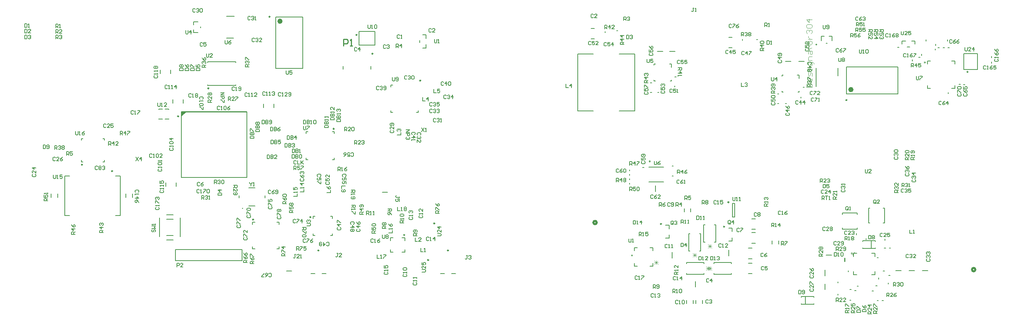
<source format=gto>
G04*
G04 #@! TF.GenerationSoftware,Altium Limited,Altium Designer,21.5.1 (32)*
G04*
G04 Layer_Color=65535*
%FSLAX25Y25*%
%MOIN*%
G70*
G04*
G04 #@! TF.SameCoordinates,35C82D64-DDB0-4193-90F1-2314E746331E*
G04*
G04*
G04 #@! TF.FilePolarity,Positive*
G04*
G01*
G75*
%ADD52C,0.02000*%
%ADD53C,0.01000*%
%ADD155C,0.00600*%
%ADD156C,0.00984*%
%ADD157C,0.02362*%
%ADD158C,0.00787*%
%ADD159C,0.00300*%
%ADD160C,0.00394*%
G36*
X281229Y286028D02*
X281355D01*
X277418Y282090D01*
Y282217D01*
X277386Y282185D01*
Y286122D01*
X281323D01*
X281229Y286028D01*
D02*
G37*
G36*
X683742Y155749D02*
X682742D01*
Y157249D01*
X683742D01*
Y155749D01*
D02*
G37*
D52*
X992450Y143800D02*
G03*
X992450Y143800I-1500J0D01*
G01*
X651450Y186250D02*
G03*
X651450Y186250I-1500J0D01*
G01*
D53*
X874608Y151329D02*
Y154329D01*
X505630Y185500D02*
G03*
X505630Y185500I-500J0D01*
G01*
X500130Y152500D02*
G03*
X500130Y152500I-500J0D01*
G01*
X423446Y345700D02*
Y351698D01*
X426444D01*
X427444Y350698D01*
Y348699D01*
X426444Y347699D01*
X423446D01*
X429444Y345700D02*
X431443D01*
X430443D01*
Y351698D01*
X429444Y350698D01*
D155*
X849669Y346762D02*
G03*
X849669Y346762I-500J0D01*
G01*
X634250Y338250D02*
X648348D01*
X685650Y286850D02*
Y338250D01*
X671552D02*
X685650D01*
X634250Y286850D02*
Y338250D01*
Y286850D02*
X648348D01*
X671552D02*
X685650D01*
X853669Y350290D02*
Y354251D01*
X860697D02*
X863331D01*
Y350290D02*
Y354251D01*
X857942Y347936D02*
X859058D01*
X853669Y354251D02*
X856303D01*
X949282Y331817D02*
X951995D01*
X973882Y329104D02*
Y331817D01*
X971169Y307217D02*
X973882D01*
X949282D02*
X951995D01*
X973882D02*
Y309929D01*
X971169Y331817D02*
X973882D01*
X949282Y329104D02*
Y331817D01*
Y307217D02*
Y309929D01*
X882714Y158577D02*
X885618D01*
X902053Y155671D02*
Y158577D01*
X899148Y139238D02*
X902053D01*
X882714D02*
Y142144D01*
Y139238D02*
X885618D01*
X902053D02*
Y142144D01*
X899148Y158577D02*
X902053D01*
X882714Y155671D02*
Y158577D01*
X685442Y146869D02*
Y149471D01*
Y163569D02*
X688043D01*
X702142Y160968D02*
Y163569D01*
Y146869D02*
Y149471D01*
X685442Y146869D02*
X688043D01*
X685442Y160968D02*
Y163569D01*
X699541D02*
X702142D01*
X699541Y146869D02*
X702142D01*
X756950Y139559D02*
Y140700D01*
Y149220D02*
Y150359D01*
X772550D01*
Y139559D02*
Y140700D01*
X756950Y139559D02*
X772550D01*
Y149220D02*
Y150359D01*
X748050Y149220D02*
Y150359D01*
Y139559D02*
Y140700D01*
X732450Y139559D02*
X748050D01*
X732450Y149220D02*
Y150359D01*
X748050D01*
X732450Y139559D02*
Y140700D01*
X757510Y168659D02*
X758650D01*
X747850D02*
X748990D01*
X747850D02*
Y184259D01*
X757510D02*
X758650D01*
Y168659D02*
Y184259D01*
X747850D02*
X748990D01*
X744010Y160660D02*
X745150D01*
X734350D02*
X735490D01*
X734350D02*
Y176260D01*
X744010D02*
X745150D01*
Y160660D02*
Y176260D01*
X734350D02*
X735490D01*
X698408Y222910D02*
X711810D01*
X698408Y236312D02*
X711810D01*
X896250Y199250D02*
X897501D01*
X909399Y185850D02*
X910650D01*
X896250D02*
X897501D01*
X896250D02*
Y199250D01*
X909399D02*
X910650D01*
Y185850D02*
Y199250D01*
X872750Y180350D02*
Y181601D01*
X886150Y193498D02*
Y194750D01*
Y180350D02*
Y181601D01*
X872750Y180350D02*
X886150D01*
X872750Y193498D02*
Y194750D01*
X886150D01*
X933317Y179649D02*
Y176450D01*
X935450D01*
X936516D02*
X937583D01*
X937049D01*
Y179649D01*
X936516Y179116D01*
X902917Y203983D02*
Y206116D01*
X902384Y206649D01*
X901317D01*
X900784Y206116D01*
Y203983D01*
X901317Y203450D01*
X902384D01*
X901851Y204517D02*
X902917Y203450D01*
X902384D02*
X902917Y203983D01*
X906116Y203450D02*
X903983D01*
X906116Y205583D01*
Y206116D01*
X905583Y206649D01*
X904516D01*
X903983Y206116D01*
X877950Y197983D02*
Y200116D01*
X877417Y200649D01*
X876350D01*
X875817Y200116D01*
Y197983D01*
X876350Y197450D01*
X877417D01*
X876884Y198516D02*
X877950Y197450D01*
X877417D02*
X877950Y197983D01*
X879016Y197450D02*
X880083D01*
X879550D01*
Y200649D01*
X879016Y200116D01*
X925685Y358649D02*
Y355983D01*
X926218Y355450D01*
X927284D01*
X927817Y355983D01*
Y358649D01*
X931016Y355450D02*
X928884D01*
X931016Y357583D01*
Y358116D01*
X930483Y358649D01*
X929417D01*
X928884Y358116D01*
X934215Y358649D02*
X932083D01*
Y357050D01*
X933149Y357583D01*
X933682D01*
X934215Y357050D01*
Y355983D01*
X933682Y355450D01*
X932616D01*
X932083Y355983D01*
X983185Y344149D02*
Y341483D01*
X983718Y340950D01*
X984784D01*
X985317Y341483D01*
Y344149D01*
X988516Y340950D02*
X986384D01*
X988516Y343083D01*
Y343616D01*
X987983Y344149D01*
X986917D01*
X986384Y343616D01*
X991182Y340950D02*
Y344149D01*
X989583Y342550D01*
X991715D01*
X773984Y209149D02*
Y206483D01*
X774518Y205950D01*
X775584D01*
X776117Y206483D01*
Y209149D01*
X777183Y205950D02*
X778250D01*
X777717D01*
Y209149D01*
X777183Y208616D01*
X779849Y205950D02*
X780915D01*
X780382D01*
Y209149D01*
X779849Y208616D01*
X887951Y342149D02*
Y339483D01*
X888484Y338950D01*
X889551D01*
X890084Y339483D01*
Y342149D01*
X891150Y338950D02*
X892217D01*
X891683D01*
Y342149D01*
X891150Y341616D01*
X893816D02*
X894349Y342149D01*
X895416D01*
X895949Y341616D01*
Y339483D01*
X895416Y338950D01*
X894349D01*
X893816Y339483D01*
Y341616D01*
X855284Y364149D02*
Y361483D01*
X855817Y360950D01*
X856884D01*
X857417Y361483D01*
Y364149D01*
X858483Y361483D02*
X859016Y360950D01*
X860083D01*
X860616Y361483D01*
Y363616D01*
X860083Y364149D01*
X859016D01*
X858483Y363616D01*
Y363083D01*
X859016Y362550D01*
X860616D01*
X869284Y334649D02*
Y331983D01*
X869817Y331450D01*
X870884D01*
X871417Y331983D01*
Y334649D01*
X872483Y334116D02*
X873016Y334649D01*
X874083D01*
X874616Y334116D01*
Y333583D01*
X874083Y333050D01*
X874616Y332517D01*
Y331983D01*
X874083Y331450D01*
X873016D01*
X872483Y331983D01*
Y332517D01*
X873016Y333050D01*
X872483Y333583D01*
Y334116D01*
X873016Y333050D02*
X874083D01*
X939284Y318149D02*
Y315483D01*
X939817Y314950D01*
X940884D01*
X941417Y315483D01*
Y318149D01*
X942483D02*
X944616D01*
Y317616D01*
X942483Y315483D01*
Y314950D01*
X703284Y241649D02*
Y238983D01*
X703817Y238450D01*
X704884D01*
X705417Y238983D01*
Y241649D01*
X708616D02*
X707549Y241116D01*
X706483Y240050D01*
Y238983D01*
X707016Y238450D01*
X708083D01*
X708616Y238983D01*
Y239516D01*
X708083Y240050D01*
X706483D01*
X696784Y333649D02*
Y330983D01*
X697317Y330450D01*
X698384D01*
X698917Y330983D01*
Y333649D01*
X702116D02*
X699983D01*
Y332050D01*
X701050Y332583D01*
X701583D01*
X702116Y332050D01*
Y330983D01*
X701583Y330450D01*
X700516D01*
X699983Y330983D01*
X808784Y317149D02*
Y314483D01*
X809317Y313950D01*
X810384D01*
X810917Y314483D01*
Y317149D01*
X813583Y313950D02*
Y317149D01*
X811983Y315550D01*
X814116D01*
X893284Y234149D02*
Y231483D01*
X893817Y230950D01*
X894884D01*
X895417Y231483D01*
Y234149D01*
X898616Y230950D02*
X896483D01*
X898616Y233083D01*
Y233616D01*
X898083Y234149D01*
X897016D01*
X896483Y233616D01*
X680317Y171649D02*
Y168983D01*
X680851Y168450D01*
X681917D01*
X682450Y168983D01*
Y171649D01*
X683516Y168450D02*
X684583D01*
X684050D01*
Y171649D01*
X683516Y171116D01*
X854218Y206950D02*
Y210149D01*
X855817D01*
X856351Y209616D01*
Y208550D01*
X855817Y208016D01*
X854218D01*
X855284D02*
X856351Y206950D01*
X857417Y210149D02*
X859550D01*
X858483D01*
Y206950D01*
X860616D02*
X861682D01*
X861149D01*
Y210149D01*
X860616Y209616D01*
X880185Y353450D02*
Y356649D01*
X881784D01*
X882317Y356116D01*
Y355050D01*
X881784Y354517D01*
X880185D01*
X881251D02*
X882317Y353450D01*
X885516Y356649D02*
X883384D01*
Y355050D01*
X884450Y355583D01*
X884983D01*
X885516Y355050D01*
Y353983D01*
X884983Y353450D01*
X883917D01*
X883384Y353983D01*
X888715Y356649D02*
X887649Y356116D01*
X886583Y355050D01*
Y353983D01*
X887116Y353450D01*
X888182D01*
X888715Y353983D01*
Y354517D01*
X888182Y355050D01*
X886583D01*
X884685Y358450D02*
Y361649D01*
X886284D01*
X886817Y361116D01*
Y360050D01*
X886284Y359517D01*
X884685D01*
X885751D02*
X886817Y358450D01*
X890016Y361649D02*
X887884D01*
Y360050D01*
X888950Y360583D01*
X889483D01*
X890016Y360050D01*
Y358983D01*
X889483Y358450D01*
X888417D01*
X887884Y358983D01*
X893215Y361649D02*
X891083D01*
Y360050D01*
X892149Y360583D01*
X892682D01*
X893215Y360050D01*
Y358983D01*
X892682Y358450D01*
X891616D01*
X891083Y358983D01*
X901350Y360315D02*
X904550D01*
Y358716D01*
X904016Y358182D01*
X902950D01*
X902417Y358716D01*
Y360315D01*
Y359249D02*
X901350Y358182D01*
X904550Y354983D02*
Y357116D01*
X902950D01*
X903483Y356050D01*
Y355517D01*
X902950Y354983D01*
X901884D01*
X901350Y355517D01*
Y356583D01*
X901884Y357116D01*
X901350Y352318D02*
X904550D01*
X902950Y353917D01*
Y351784D01*
X906351Y360315D02*
X909550D01*
Y358716D01*
X909016Y358182D01*
X907950D01*
X907417Y358716D01*
Y360315D01*
Y359249D02*
X906351Y358182D01*
X909550Y354983D02*
Y357116D01*
X907950D01*
X908483Y356050D01*
Y355517D01*
X907950Y354983D01*
X906884D01*
X906351Y355517D01*
Y356583D01*
X906884Y357116D01*
X909016Y353917D02*
X909550Y353384D01*
Y352318D01*
X909016Y351784D01*
X908483D01*
X907950Y352318D01*
Y352851D01*
Y352318D01*
X907417Y351784D01*
X906884D01*
X906351Y352318D01*
Y353384D01*
X906884Y353917D01*
X896350Y360315D02*
X899549D01*
Y358716D01*
X899016Y358182D01*
X897950D01*
X897417Y358716D01*
Y360315D01*
Y359249D02*
X896350Y358182D01*
X899549Y354983D02*
Y357116D01*
X897950D01*
X898483Y356050D01*
Y355517D01*
X897950Y354983D01*
X896884D01*
X896350Y355517D01*
Y356583D01*
X896884Y357116D01*
X896350Y351784D02*
Y353917D01*
X898483Y351784D01*
X899016D01*
X899549Y352318D01*
Y353384D01*
X899016Y353917D01*
X885218Y363450D02*
Y366649D01*
X886817D01*
X887350Y366116D01*
Y365050D01*
X886817Y364516D01*
X885218D01*
X886284D02*
X887350Y363450D01*
X890549Y366649D02*
X888417D01*
Y365050D01*
X889483Y365583D01*
X890016D01*
X890549Y365050D01*
Y363983D01*
X890016Y363450D01*
X888950D01*
X888417Y363983D01*
X891616Y363450D02*
X892682D01*
X892149D01*
Y366649D01*
X891616Y366116D01*
X681185Y214950D02*
Y218149D01*
X682784D01*
X683317Y217616D01*
Y216550D01*
X682784Y216017D01*
X681185D01*
X682251D02*
X683317Y214950D01*
X686516Y218149D02*
X684384D01*
Y216550D01*
X685450Y217083D01*
X685983D01*
X686516Y216550D01*
Y215483D01*
X685983Y214950D01*
X684917D01*
X684384Y215483D01*
X687583Y217616D02*
X688116Y218149D01*
X689182D01*
X689715Y217616D01*
Y215483D01*
X689182Y214950D01*
X688116D01*
X687583Y215483D01*
Y217616D01*
X669185Y222950D02*
Y226149D01*
X670784D01*
X671317Y225616D01*
Y224550D01*
X670784Y224016D01*
X669185D01*
X670251D02*
X671317Y222950D01*
X673983D02*
Y226149D01*
X672384Y224550D01*
X674516D01*
X675583Y225616D02*
X676116Y226149D01*
X677182D01*
X677715Y225616D01*
Y225083D01*
X677182Y224550D01*
X677715Y224016D01*
Y223483D01*
X677182Y222950D01*
X676116D01*
X675583Y223483D01*
Y224016D01*
X676116Y224550D01*
X675583Y225083D01*
Y225616D01*
X676116Y224550D02*
X677182D01*
X681185Y237950D02*
Y241149D01*
X682784D01*
X683317Y240616D01*
Y239550D01*
X682784Y239017D01*
X681185D01*
X682251D02*
X683317Y237950D01*
X685983D02*
Y241149D01*
X684384Y239550D01*
X686516D01*
X687583Y241149D02*
X689715D01*
Y240616D01*
X687583Y238483D01*
Y237950D01*
X724185Y230450D02*
Y233649D01*
X725784D01*
X726317Y233116D01*
Y232050D01*
X725784Y231517D01*
X724185D01*
X725251D02*
X726317Y230450D01*
X728983D02*
Y233649D01*
X727384Y232050D01*
X729516D01*
X732715Y233649D02*
X731649Y233116D01*
X730583Y232050D01*
Y230983D01*
X731116Y230450D01*
X732182D01*
X732715Y230983D01*
Y231517D01*
X732182Y232050D01*
X730583D01*
X934685Y326450D02*
Y329649D01*
X936284D01*
X936817Y329116D01*
Y328050D01*
X936284Y327517D01*
X934685D01*
X935751D02*
X936817Y326450D01*
X939483D02*
Y329649D01*
X937884Y328050D01*
X940016D01*
X943215Y329649D02*
X941083D01*
Y328050D01*
X942149Y328583D01*
X942682D01*
X943215Y328050D01*
Y326983D01*
X942682Y326450D01*
X941616D01*
X941083Y326983D01*
X676050Y346784D02*
X672851D01*
Y348384D01*
X673384Y348917D01*
X674450D01*
X674983Y348384D01*
Y346784D01*
Y347851D02*
X676050Y348917D01*
Y351583D02*
X672851D01*
X674450Y349983D01*
Y352116D01*
X676050Y354782D02*
X672851D01*
X674450Y353182D01*
Y355315D01*
X697549Y312284D02*
X694350D01*
Y313884D01*
X694884Y314417D01*
X695950D01*
X696483Y313884D01*
Y312284D01*
Y313351D02*
X697549Y314417D01*
Y317083D02*
X694350D01*
X695950Y315483D01*
Y317616D01*
X694884Y318682D02*
X694350Y319215D01*
Y320282D01*
X694884Y320815D01*
X695417D01*
X695950Y320282D01*
Y319749D01*
Y320282D01*
X696483Y320815D01*
X697016D01*
X697549Y320282D01*
Y319215D01*
X697016Y318682D01*
X658685Y360950D02*
Y364149D01*
X660284D01*
X660817Y363616D01*
Y362550D01*
X660284Y362017D01*
X658685D01*
X659751D02*
X660817Y360950D01*
X663483D02*
Y364149D01*
X661884Y362550D01*
X664016D01*
X667215Y360950D02*
X665083D01*
X667215Y363083D01*
Y363616D01*
X666682Y364149D01*
X665616D01*
X665083Y363616D01*
X724851Y325782D02*
X728050D01*
Y324182D01*
X727516Y323649D01*
X726450D01*
X725917Y324182D01*
Y325782D01*
Y324715D02*
X724851Y323649D01*
Y320983D02*
X728050D01*
X726450Y322583D01*
Y320450D01*
X724851Y319384D02*
Y318318D01*
Y318851D01*
X728050D01*
X727516Y319384D01*
X802050Y341284D02*
X798850D01*
Y342884D01*
X799384Y343417D01*
X800450D01*
X800983Y342884D01*
Y341284D01*
Y342351D02*
X802050Y343417D01*
Y346083D02*
X798850D01*
X800450Y344483D01*
Y346616D01*
X799384Y347682D02*
X798850Y348216D01*
Y349282D01*
X799384Y349815D01*
X801516D01*
X802050Y349282D01*
Y348216D01*
X801516Y347682D01*
X799384D01*
X812049Y302784D02*
X808850D01*
Y304384D01*
X809384Y304917D01*
X810450D01*
X810983Y304384D01*
Y302784D01*
Y303851D02*
X812049Y304917D01*
X809384Y305983D02*
X808850Y306517D01*
Y307583D01*
X809384Y308116D01*
X809917D01*
X810450Y307583D01*
Y307050D01*
Y307583D01*
X810983Y308116D01*
X811516D01*
X812049Y307583D01*
Y306517D01*
X811516Y305983D01*
Y309182D02*
X812049Y309716D01*
Y310782D01*
X811516Y311315D01*
X809384D01*
X808850Y310782D01*
Y309716D01*
X809384Y309182D01*
X809917D01*
X810450Y309716D01*
Y311315D01*
X781685Y354450D02*
Y357649D01*
X783284D01*
X783817Y357116D01*
Y356050D01*
X783284Y355517D01*
X781685D01*
X782751D02*
X783817Y354450D01*
X784884Y357116D02*
X785417Y357649D01*
X786483D01*
X787016Y357116D01*
Y356583D01*
X786483Y356050D01*
X785950D01*
X786483D01*
X787016Y355517D01*
Y354983D01*
X786483Y354450D01*
X785417D01*
X784884Y354983D01*
X788083Y357116D02*
X788616Y357649D01*
X789682D01*
X790215Y357116D01*
Y356583D01*
X789682Y356050D01*
X790215Y355517D01*
Y354983D01*
X789682Y354450D01*
X788616D01*
X788083Y354983D01*
Y355517D01*
X788616Y356050D01*
X788083Y356583D01*
Y357116D01*
X788616Y356050D02*
X789682D01*
X844549Y308784D02*
X841350D01*
Y310384D01*
X841884Y310917D01*
X842950D01*
X843483Y310384D01*
Y308784D01*
Y309851D02*
X844549Y310917D01*
X841884Y311983D02*
X841350Y312516D01*
Y313583D01*
X841884Y314116D01*
X842417D01*
X842950Y313583D01*
Y313050D01*
Y313583D01*
X843483Y314116D01*
X844016D01*
X844549Y313583D01*
Y312516D01*
X844016Y311983D01*
X841350Y315182D02*
Y317315D01*
X841884D01*
X844016Y315182D01*
X844549D01*
X923050Y213284D02*
X919851D01*
Y214884D01*
X920384Y215417D01*
X921450D01*
X921983Y214884D01*
Y213284D01*
Y214351D02*
X923050Y215417D01*
X920384Y216483D02*
X919851Y217017D01*
Y218083D01*
X920384Y218616D01*
X920917D01*
X921450Y218083D01*
Y217550D01*
Y218083D01*
X921983Y218616D01*
X922516D01*
X923050Y218083D01*
Y217017D01*
X922516Y216483D01*
X923050Y221815D02*
Y219682D01*
X920917Y221815D01*
X920384D01*
X919851Y221282D01*
Y220216D01*
X920384Y219682D01*
X926218Y218450D02*
Y221649D01*
X927817D01*
X928351Y221116D01*
Y220050D01*
X927817Y219516D01*
X926218D01*
X927284D02*
X928351Y218450D01*
X929417Y221116D02*
X929950Y221649D01*
X931016D01*
X931549Y221116D01*
Y220583D01*
X931016Y220050D01*
X930483D01*
X931016D01*
X931549Y219516D01*
Y218983D01*
X931016Y218450D01*
X929950D01*
X929417Y218983D01*
X932616Y218450D02*
X933682D01*
X933149D01*
Y221649D01*
X932616Y221116D01*
X918685Y128950D02*
Y132149D01*
X920284D01*
X920817Y131616D01*
Y130550D01*
X920284Y130017D01*
X918685D01*
X919751D02*
X920817Y128950D01*
X921884Y131616D02*
X922417Y132149D01*
X923483D01*
X924016Y131616D01*
Y131083D01*
X923483Y130550D01*
X922950D01*
X923483D01*
X924016Y130017D01*
Y129483D01*
X923483Y128950D01*
X922417D01*
X921884Y129483D01*
X925083Y131616D02*
X925616Y132149D01*
X926682D01*
X927215Y131616D01*
Y129483D01*
X926682Y128950D01*
X925616D01*
X925083Y129483D01*
Y131616D01*
X867185Y160950D02*
Y164149D01*
X868784D01*
X869317Y163616D01*
Y162550D01*
X868784Y162016D01*
X867185D01*
X868251D02*
X869317Y160950D01*
X872516D02*
X870384D01*
X872516Y163083D01*
Y163616D01*
X871983Y164149D01*
X870917D01*
X870384Y163616D01*
X873583Y161483D02*
X874116Y160950D01*
X875182D01*
X875715Y161483D01*
Y163616D01*
X875182Y164149D01*
X874116D01*
X873583Y163616D01*
Y163083D01*
X874116Y162550D01*
X875715D01*
X855050Y155784D02*
X851851D01*
Y157384D01*
X852384Y157917D01*
X853450D01*
X853983Y157384D01*
Y155784D01*
Y156851D02*
X855050Y157917D01*
Y161116D02*
Y158983D01*
X852917Y161116D01*
X852384D01*
X851851Y160583D01*
Y159517D01*
X852384Y158983D01*
Y162182D02*
X851851Y162715D01*
Y163782D01*
X852384Y164315D01*
X852917D01*
X853450Y163782D01*
X853983Y164315D01*
X854516D01*
X855050Y163782D01*
Y162715D01*
X854516Y162182D01*
X853983D01*
X853450Y162715D01*
X852917Y162182D01*
X852384D01*
X853450Y162715D02*
Y163782D01*
X904049Y104284D02*
X900850D01*
Y105884D01*
X901384Y106417D01*
X902450D01*
X902983Y105884D01*
Y104284D01*
Y105351D02*
X904049Y106417D01*
Y109616D02*
Y107483D01*
X901917Y109616D01*
X901384D01*
X900850Y109083D01*
Y108017D01*
X901384Y107483D01*
X900850Y110682D02*
Y112815D01*
X901384D01*
X903516Y110682D01*
X904049D01*
X912685Y119450D02*
Y122649D01*
X914284D01*
X914817Y122116D01*
Y121050D01*
X914284Y120517D01*
X912685D01*
X913751D02*
X914817Y119450D01*
X918016D02*
X915884D01*
X918016Y121583D01*
Y122116D01*
X917483Y122649D01*
X916417D01*
X915884Y122116D01*
X921215Y122649D02*
X920149Y122116D01*
X919083Y121050D01*
Y119983D01*
X919616Y119450D01*
X920682D01*
X921215Y119983D01*
Y120517D01*
X920682Y121050D01*
X919083D01*
X884050Y104784D02*
X880851D01*
Y106384D01*
X881384Y106917D01*
X882450D01*
X882983Y106384D01*
Y104784D01*
Y105851D02*
X884050Y106917D01*
Y110116D02*
Y107983D01*
X881917Y110116D01*
X881384D01*
X880851Y109583D01*
Y108517D01*
X881384Y107983D01*
X880851Y113315D02*
Y111182D01*
X882450D01*
X881917Y112249D01*
Y112782D01*
X882450Y113315D01*
X883516D01*
X884050Y112782D01*
Y111715D01*
X883516Y111182D01*
X899049Y103784D02*
X895850D01*
Y105384D01*
X896384Y105917D01*
X897450D01*
X897983Y105384D01*
Y103784D01*
Y104851D02*
X899049Y105917D01*
Y109116D02*
Y106983D01*
X896917Y109116D01*
X896384D01*
X895850Y108583D01*
Y107517D01*
X896384Y106983D01*
X899049Y111782D02*
X895850D01*
X897450Y110182D01*
Y112315D01*
X852685Y222450D02*
Y225649D01*
X854284D01*
X854817Y225116D01*
Y224050D01*
X854284Y223517D01*
X852685D01*
X853751D02*
X854817Y222450D01*
X858016D02*
X855884D01*
X858016Y224583D01*
Y225116D01*
X857483Y225649D01*
X856417D01*
X855884Y225116D01*
X859083D02*
X859616Y225649D01*
X860682D01*
X861215Y225116D01*
Y224583D01*
X860682Y224050D01*
X860149D01*
X860682D01*
X861215Y223517D01*
Y222983D01*
X860682Y222450D01*
X859616D01*
X859083Y222983D01*
X867185Y114950D02*
Y118149D01*
X868784D01*
X869317Y117616D01*
Y116550D01*
X868784Y116016D01*
X867185D01*
X868251D02*
X869317Y114950D01*
X872516D02*
X870384D01*
X872516Y117083D01*
Y117616D01*
X871983Y118149D01*
X870917D01*
X870384Y117616D01*
X875715Y114950D02*
X873583D01*
X875715Y117083D01*
Y117616D01*
X875182Y118149D01*
X874116D01*
X873583Y117616D01*
X867550Y207317D02*
X864351D01*
Y208917D01*
X864884Y209450D01*
X865950D01*
X866483Y208917D01*
Y207317D01*
Y208384D02*
X867550Y209450D01*
Y212649D02*
Y210517D01*
X865417Y212649D01*
X864884D01*
X864351Y212116D01*
Y211050D01*
X864884Y210517D01*
X867550Y213716D02*
Y214782D01*
Y214249D01*
X864351D01*
X864884Y213716D01*
X932549Y242784D02*
X929350D01*
Y244384D01*
X929884Y244917D01*
X930950D01*
X931483Y244384D01*
Y242784D01*
Y243851D02*
X932549Y244917D01*
Y248116D02*
Y245983D01*
X930417Y248116D01*
X929884D01*
X929350Y247583D01*
Y246516D01*
X929884Y245983D01*
Y249182D02*
X929350Y249715D01*
Y250782D01*
X929884Y251315D01*
X932016D01*
X932549Y250782D01*
Y249715D01*
X932016Y249182D01*
X929884D01*
X937549Y243051D02*
X934350D01*
Y244651D01*
X934884Y245184D01*
X935950D01*
X936483Y244651D01*
Y243051D01*
Y244117D02*
X937549Y245184D01*
Y246250D02*
Y247316D01*
Y246783D01*
X934350D01*
X934884Y246250D01*
X937016Y248916D02*
X937549Y249449D01*
Y250515D01*
X937016Y251048D01*
X934884D01*
X934350Y250515D01*
Y249449D01*
X934884Y248916D01*
X935417D01*
X935950Y249449D01*
Y251048D01*
X874951Y170450D02*
Y173649D01*
X876551D01*
X877084Y173116D01*
Y172050D01*
X876551Y171517D01*
X874951D01*
X876018D02*
X877084Y170450D01*
X878150D02*
X879217D01*
X878683D01*
Y173649D01*
X878150Y173116D01*
X880816D02*
X881349Y173649D01*
X882416D01*
X882949Y173116D01*
Y172583D01*
X882416Y172050D01*
X882949Y171517D01*
Y170983D01*
X882416Y170450D01*
X881349D01*
X880816Y170983D01*
Y171517D01*
X881349Y172050D01*
X880816Y172583D01*
Y173116D01*
X881349Y172050D02*
X882416D01*
X878549Y105051D02*
X875350D01*
Y106650D01*
X875884Y107184D01*
X876950D01*
X877483Y106650D01*
Y105051D01*
Y106117D02*
X878549Y107184D01*
Y108250D02*
Y109316D01*
Y108783D01*
X875350D01*
X875884Y108250D01*
X875350Y110916D02*
Y113048D01*
X875884D01*
X878016Y110916D01*
X878549D01*
X689609Y174281D02*
Y177480D01*
X691209D01*
X691742Y176946D01*
Y175880D01*
X691209Y175347D01*
X689609D01*
X690676D02*
X691742Y174281D01*
X692808D02*
X693875D01*
X693341D01*
Y177480D01*
X692808Y176946D01*
X697607Y177480D02*
X695474D01*
Y175880D01*
X696540Y176413D01*
X697074D01*
X697607Y175880D01*
Y174814D01*
X697074Y174281D01*
X696007D01*
X695474Y174814D01*
X808951Y182450D02*
Y185649D01*
X810551D01*
X811084Y185116D01*
Y184050D01*
X810551Y183517D01*
X808951D01*
X810018D02*
X811084Y182450D01*
X812150D02*
X813217D01*
X812683D01*
Y185649D01*
X812150Y185116D01*
X816416Y182450D02*
Y185649D01*
X814816Y184050D01*
X816949D01*
X805550Y201051D02*
X802351D01*
Y202650D01*
X802884Y203184D01*
X803950D01*
X804483Y202650D01*
Y201051D01*
Y202117D02*
X805550Y203184D01*
Y204250D02*
Y205316D01*
Y204783D01*
X802351D01*
X802884Y204250D01*
Y206916D02*
X802351Y207449D01*
Y208515D01*
X802884Y209048D01*
X803417D01*
X803950Y208515D01*
Y207982D01*
Y208515D01*
X804483Y209048D01*
X805016D01*
X805550Y208515D01*
Y207449D01*
X805016Y206916D01*
X724549Y139551D02*
X721350D01*
Y141150D01*
X721884Y141684D01*
X722950D01*
X723483Y141150D01*
Y139551D01*
Y140617D02*
X724549Y141684D01*
Y142750D02*
Y143816D01*
Y143283D01*
X721350D01*
X721884Y142750D01*
X724549Y147548D02*
Y145416D01*
X722417Y147548D01*
X721884D01*
X721350Y147015D01*
Y145949D01*
X721884Y145416D01*
X727485Y185450D02*
Y188649D01*
X729084D01*
X729617Y188116D01*
Y187050D01*
X729084Y186516D01*
X727485D01*
X728551D02*
X729617Y185450D01*
X730683D02*
X731750D01*
X731217D01*
Y188649D01*
X730683Y188116D01*
X733349Y185450D02*
X734415D01*
X733882D01*
Y188649D01*
X733349Y188116D01*
X719951Y122950D02*
Y126149D01*
X721551D01*
X722084Y125616D01*
Y124550D01*
X721551Y124016D01*
X719951D01*
X721018D02*
X722084Y122950D01*
X723150D02*
X724217D01*
X723683D01*
Y126149D01*
X723150Y125616D01*
X725816D02*
X726349Y126149D01*
X727416D01*
X727949Y125616D01*
Y123483D01*
X727416Y122950D01*
X726349D01*
X725816Y123483D01*
Y125616D01*
X702284Y126950D02*
Y130149D01*
X703884D01*
X704417Y129616D01*
Y128550D01*
X703884Y128016D01*
X702284D01*
X703350D02*
X704417Y126950D01*
X705483Y127483D02*
X706016Y126950D01*
X707083D01*
X707616Y127483D01*
Y129616D01*
X707083Y130149D01*
X706016D01*
X705483Y129616D01*
Y129083D01*
X706016Y128550D01*
X707616D01*
X746284Y202950D02*
Y206149D01*
X747884D01*
X748417Y205616D01*
Y204550D01*
X747884Y204016D01*
X746284D01*
X747351D02*
X748417Y202950D01*
X749483Y205616D02*
X750016Y206149D01*
X751083D01*
X751616Y205616D01*
Y205083D01*
X751083Y204550D01*
X751616Y204016D01*
Y203483D01*
X751083Y202950D01*
X750016D01*
X749483Y203483D01*
Y204016D01*
X750016Y204550D01*
X749483Y205083D01*
Y205616D01*
X750016Y204550D02*
X751083D01*
X817784Y165950D02*
Y169149D01*
X819384D01*
X819917Y168616D01*
Y167550D01*
X819384Y167016D01*
X817784D01*
X818851D02*
X819917Y165950D01*
X820983Y169149D02*
X823116D01*
Y168616D01*
X820983Y166483D01*
Y165950D01*
X707784Y200950D02*
Y204149D01*
X709384D01*
X709917Y203616D01*
Y202550D01*
X709384Y202016D01*
X707784D01*
X708850D02*
X709917Y200950D01*
X713116Y204149D02*
X712049Y203616D01*
X710983Y202550D01*
Y201483D01*
X711516Y200950D01*
X712583D01*
X713116Y201483D01*
Y202016D01*
X712583Y202550D01*
X710983D01*
X730784Y206950D02*
Y210149D01*
X732384D01*
X732917Y209616D01*
Y208550D01*
X732384Y208016D01*
X730784D01*
X731850D02*
X732917Y206950D01*
X736116Y210149D02*
X733983D01*
Y208550D01*
X735049Y209083D01*
X735583D01*
X736116Y208550D01*
Y207483D01*
X735583Y206950D01*
X734516D01*
X733983Y207483D01*
X722784Y200950D02*
Y204149D01*
X724384D01*
X724917Y203616D01*
Y202550D01*
X724384Y202016D01*
X722784D01*
X723850D02*
X724917Y200950D01*
X727583D02*
Y204149D01*
X725983Y202550D01*
X728116D01*
X675784Y368450D02*
Y371649D01*
X677384D01*
X677917Y371116D01*
Y370050D01*
X677384Y369516D01*
X675784D01*
X676851D02*
X677917Y368450D01*
X678983Y371116D02*
X679516Y371649D01*
X680583D01*
X681116Y371116D01*
Y370583D01*
X680583Y370050D01*
X680050D01*
X680583D01*
X681116Y369516D01*
Y368983D01*
X680583Y368450D01*
X679516D01*
X678983Y368983D01*
X802817Y362950D02*
Y366149D01*
X804417D01*
X804950Y365616D01*
Y364550D01*
X804417Y364017D01*
X802817D01*
X803884D02*
X804950Y362950D01*
X806016D02*
X807083D01*
X806549D01*
Y366149D01*
X806016Y365616D01*
X771917Y185483D02*
Y187616D01*
X771384Y188149D01*
X770317D01*
X769784Y187616D01*
Y185483D01*
X770317Y184950D01*
X771384D01*
X770851Y186016D02*
X771917Y184950D01*
X771384D02*
X771917Y185483D01*
X774583Y184950D02*
Y188149D01*
X772983Y186550D01*
X775116D01*
X720417Y184983D02*
Y187116D01*
X719884Y187649D01*
X718817D01*
X718284Y187116D01*
Y184983D01*
X718817Y184450D01*
X719884D01*
X719350Y185517D02*
X720417Y184450D01*
X719884D02*
X720417Y184983D01*
X721483Y187116D02*
X722016Y187649D01*
X723083D01*
X723616Y187116D01*
Y186583D01*
X723083Y186050D01*
X722549D01*
X723083D01*
X723616Y185517D01*
Y184983D01*
X723083Y184450D01*
X722016D01*
X721483Y184983D01*
X623784Y311149D02*
Y307950D01*
X625917D01*
X628583D02*
Y311149D01*
X626983Y309550D01*
X629116D01*
X781784Y312149D02*
Y308950D01*
X783917D01*
X784983Y311616D02*
X785516Y312149D01*
X786583D01*
X787116Y311616D01*
Y311083D01*
X786583Y310550D01*
X786050D01*
X786583D01*
X787116Y310016D01*
Y309483D01*
X786583Y308950D01*
X785516D01*
X784983Y309483D01*
X684368Y188069D02*
Y184870D01*
X685967D01*
X686501Y185403D01*
Y187536D01*
X685967Y188069D01*
X684368D01*
X687567Y184870D02*
X688633D01*
X688100D01*
Y188069D01*
X687567Y187536D01*
X691832Y184870D02*
Y188069D01*
X690233Y186469D01*
X692365D01*
X753951Y155649D02*
Y152450D01*
X755551D01*
X756084Y152983D01*
Y155116D01*
X755551Y155649D01*
X753951D01*
X757150Y152450D02*
X758217D01*
X757683D01*
Y155649D01*
X757150Y155116D01*
X759816D02*
X760349Y155649D01*
X761415D01*
X761949Y155116D01*
Y154583D01*
X761415Y154050D01*
X760882D01*
X761415D01*
X761949Y153516D01*
Y152983D01*
X761415Y152450D01*
X760349D01*
X759816Y152983D01*
X743451Y155649D02*
Y152450D01*
X745051D01*
X745584Y152983D01*
Y155116D01*
X745051Y155649D01*
X743451D01*
X746650Y152450D02*
X747717D01*
X747183D01*
Y155649D01*
X746650Y155116D01*
X751449Y152450D02*
X749316D01*
X751449Y154583D01*
Y155116D01*
X750915Y155649D01*
X749849D01*
X749316Y155116D01*
X741484Y192149D02*
Y188950D01*
X743084D01*
X743617Y189483D01*
Y191616D01*
X743084Y192149D01*
X741484D01*
X744683Y188950D02*
X745750D01*
X745217D01*
Y192149D01*
X744683Y191616D01*
X747349Y188950D02*
X748416D01*
X747882D01*
Y192149D01*
X747349Y191616D01*
X865451Y159149D02*
Y155950D01*
X867051D01*
X867584Y156483D01*
Y158616D01*
X867051Y159149D01*
X865451D01*
X868650Y155950D02*
X869717D01*
X869183D01*
Y159149D01*
X868650Y158616D01*
X871316D02*
X871849Y159149D01*
X872916D01*
X873449Y158616D01*
Y156483D01*
X872916Y155950D01*
X871849D01*
X871316Y156483D01*
Y158616D01*
X833284Y125149D02*
Y121950D01*
X834884D01*
X835417Y122483D01*
Y124616D01*
X834884Y125149D01*
X833284D01*
X836483Y122483D02*
X837016Y121950D01*
X838083D01*
X838616Y122483D01*
Y124616D01*
X838083Y125149D01*
X837016D01*
X836483Y124616D01*
Y124083D01*
X837016Y123550D01*
X838616D01*
X896284Y174649D02*
Y171450D01*
X897884D01*
X898417Y171983D01*
Y174116D01*
X897884Y174649D01*
X896284D01*
X899483Y174116D02*
X900016Y174649D01*
X901083D01*
X901616Y174116D01*
Y173583D01*
X901083Y173050D01*
X901616Y172517D01*
Y171983D01*
X901083Y171450D01*
X900016D01*
X899483Y171983D01*
Y172517D01*
X900016Y173050D01*
X899483Y173583D01*
Y174116D01*
X900016Y173050D02*
X901083D01*
X885851Y105384D02*
X889050D01*
Y106983D01*
X888516Y107517D01*
X886384D01*
X885851Y106983D01*
Y105384D01*
Y108583D02*
Y110715D01*
X886384D01*
X888516Y108583D01*
X889050D01*
X890851Y105884D02*
X894049D01*
Y107483D01*
X893516Y108017D01*
X891384D01*
X890851Y107483D01*
Y105884D01*
Y111215D02*
X891384Y110149D01*
X892450Y109083D01*
X893516D01*
X894049Y109616D01*
Y110682D01*
X893516Y111215D01*
X892983D01*
X892450Y110682D01*
Y109083D01*
X855284Y220649D02*
Y217450D01*
X856884D01*
X857417Y217983D01*
Y220116D01*
X856884Y220649D01*
X855284D01*
X860616D02*
X858483D01*
Y219050D01*
X859550Y219583D01*
X860083D01*
X860616Y219050D01*
Y217983D01*
X860083Y217450D01*
X859016D01*
X858483Y217983D01*
X727284Y167649D02*
Y164450D01*
X728884D01*
X729417Y164983D01*
Y167116D01*
X728884Y167649D01*
X727284D01*
X732083Y164450D02*
Y167649D01*
X730483Y166050D01*
X732616D01*
X678284Y355149D02*
Y351950D01*
X679884D01*
X680417Y352483D01*
Y354616D01*
X679884Y355149D01*
X678284D01*
X681483Y354616D02*
X682016Y355149D01*
X683083D01*
X683616Y354616D01*
Y354083D01*
X683083Y353550D01*
X682549D01*
X683083D01*
X683616Y353016D01*
Y352483D01*
X683083Y351950D01*
X682016D01*
X681483Y352483D01*
X804817Y350149D02*
Y346950D01*
X806417D01*
X806950Y347483D01*
Y349616D01*
X806417Y350149D01*
X804817D01*
X808016Y346950D02*
X809083D01*
X808549D01*
Y350149D01*
X808016Y349616D01*
X913984Y356116D02*
X913451Y356649D01*
X912385D01*
X911852Y356116D01*
Y353983D01*
X912385Y353450D01*
X913451D01*
X913984Y353983D01*
X915051Y353450D02*
X916117D01*
X915584D01*
Y356649D01*
X915051Y356116D01*
X919849Y356649D02*
X918783Y356116D01*
X917717Y355050D01*
Y353983D01*
X918250Y353450D01*
X919316D01*
X919849Y353983D01*
Y354517D01*
X919316Y355050D01*
X917717D01*
X920916Y356116D02*
X921449Y356649D01*
X922515D01*
X923048Y356116D01*
Y355583D01*
X922515Y355050D01*
X923048Y354517D01*
Y353983D01*
X922515Y353450D01*
X921449D01*
X920916Y353983D01*
Y354517D01*
X921449Y355050D01*
X920916Y355583D01*
Y356116D01*
X921449Y355050D02*
X922515D01*
X929984Y338116D02*
X929451Y338649D01*
X928385D01*
X927852Y338116D01*
Y335983D01*
X928385Y335450D01*
X929451D01*
X929984Y335983D01*
X931051Y335450D02*
X932117D01*
X931584D01*
Y338649D01*
X931051Y338116D01*
X935849Y338649D02*
X934783Y338116D01*
X933717Y337050D01*
Y335983D01*
X934250Y335450D01*
X935316D01*
X935849Y335983D01*
Y336516D01*
X935316Y337050D01*
X933717D01*
X936916Y338649D02*
X939048D01*
Y338116D01*
X936916Y335983D01*
Y335450D01*
X1010384Y333584D02*
X1009851Y333051D01*
Y331985D01*
X1010384Y331452D01*
X1012516D01*
X1013050Y331985D01*
Y333051D01*
X1012516Y333584D01*
X1013050Y334650D02*
Y335717D01*
Y335184D01*
X1009851D01*
X1010384Y334650D01*
X1009851Y339449D02*
X1010384Y338383D01*
X1011450Y337316D01*
X1012516D01*
X1013050Y337849D01*
Y338916D01*
X1012516Y339449D01*
X1011983D01*
X1011450Y338916D01*
Y337316D01*
X1009851Y342648D02*
X1010384Y341582D01*
X1011450Y340515D01*
X1012516D01*
X1013050Y341048D01*
Y342115D01*
X1012516Y342648D01*
X1011983D01*
X1011450Y342115D01*
Y340515D01*
X1001984Y327116D02*
X1001451Y327649D01*
X1000385D01*
X999852Y327116D01*
Y324983D01*
X1000385Y324450D01*
X1001451D01*
X1001984Y324983D01*
X1003051Y324450D02*
X1004117D01*
X1003584D01*
Y327649D01*
X1003051Y327116D01*
X1007849Y327649D02*
X1006783Y327116D01*
X1005717Y326050D01*
Y324983D01*
X1006250Y324450D01*
X1007316D01*
X1007849Y324983D01*
Y325517D01*
X1007316Y326050D01*
X1005717D01*
X1011048Y327649D02*
X1008916D01*
Y326050D01*
X1009982Y326583D01*
X1010515D01*
X1011048Y326050D01*
Y324983D01*
X1010515Y324450D01*
X1009449D01*
X1008916Y324983D01*
X772817Y364616D02*
X772284Y365149D01*
X771218D01*
X770685Y364616D01*
Y362483D01*
X771218Y361950D01*
X772284D01*
X772817Y362483D01*
X773884Y365149D02*
X776016D01*
Y364616D01*
X773884Y362483D01*
Y361950D01*
X779215Y365149D02*
X778149Y364616D01*
X777083Y363550D01*
Y362483D01*
X777616Y361950D01*
X778682D01*
X779215Y362483D01*
Y363017D01*
X778682Y363550D01*
X777083D01*
X845817Y304116D02*
X845284Y304649D01*
X844218D01*
X843685Y304116D01*
Y301983D01*
X844218Y301450D01*
X845284D01*
X845817Y301983D01*
X846884Y304649D02*
X849016D01*
Y304116D01*
X846884Y301983D01*
Y301450D01*
X852215D02*
X850083D01*
X852215Y303583D01*
Y304116D01*
X851682Y304649D01*
X850616D01*
X850083Y304116D01*
X846850Y298116D02*
X846317Y298649D01*
X845251D01*
X844718Y298116D01*
Y295983D01*
X845251Y295450D01*
X846317D01*
X846850Y295983D01*
X847917Y298649D02*
X850049D01*
Y298116D01*
X847917Y295983D01*
Y295450D01*
X851116D02*
X852182D01*
X851649D01*
Y298649D01*
X851116Y298116D01*
X976884Y302417D02*
X976350Y301884D01*
Y300817D01*
X976884Y300284D01*
X979016D01*
X979550Y300817D01*
Y301884D01*
X979016Y302417D01*
X976350Y303483D02*
Y305616D01*
X976884D01*
X979016Y303483D01*
X979550D01*
X976884Y306682D02*
X976350Y307215D01*
Y308282D01*
X976884Y308815D01*
X979016D01*
X979550Y308282D01*
Y307215D01*
X979016Y306682D01*
X976884D01*
X869317Y342616D02*
X868784Y343149D01*
X867718D01*
X867185Y342616D01*
Y340483D01*
X867718Y339950D01*
X868784D01*
X869317Y340483D01*
X872516Y343149D02*
X871450Y342616D01*
X870384Y341550D01*
Y340483D01*
X870917Y339950D01*
X871983D01*
X872516Y340483D01*
Y341017D01*
X871983Y341550D01*
X870384D01*
X873583Y343149D02*
X875715D01*
Y342616D01*
X873583Y340483D01*
Y339950D01*
X971467Y350649D02*
X970934Y351182D01*
X969867D01*
X969334Y350649D01*
Y348516D01*
X969867Y347983D01*
X970934D01*
X971467Y348516D01*
X974666Y351182D02*
X973600Y350649D01*
X972533Y349583D01*
Y348516D01*
X973066Y347983D01*
X974133D01*
X974666Y348516D01*
Y349049D01*
X974133Y349583D01*
X972533D01*
X977865Y351182D02*
X976799Y350649D01*
X975732Y349583D01*
Y348516D01*
X976265Y347983D01*
X977332D01*
X977865Y348516D01*
Y349049D01*
X977332Y349583D01*
X975732D01*
X982384Y302417D02*
X981851Y301884D01*
Y300817D01*
X982384Y300284D01*
X984516D01*
X985050Y300817D01*
Y301884D01*
X984516Y302417D01*
X981851Y305616D02*
X982384Y304550D01*
X983450Y303483D01*
X984516D01*
X985050Y304016D01*
Y305083D01*
X984516Y305616D01*
X983983D01*
X983450Y305083D01*
Y303483D01*
X981851Y308815D02*
Y306682D01*
X983450D01*
X982917Y307749D01*
Y308282D01*
X983450Y308815D01*
X984516D01*
X985050Y308282D01*
Y307215D01*
X984516Y306682D01*
X961817Y295116D02*
X961284Y295649D01*
X960218D01*
X959685Y295116D01*
Y292983D01*
X960218Y292450D01*
X961284D01*
X961817Y292983D01*
X965016Y295649D02*
X963950Y295116D01*
X962884Y294050D01*
Y292983D01*
X963417Y292450D01*
X964483D01*
X965016Y292983D01*
Y293516D01*
X964483Y294050D01*
X962884D01*
X967682Y292450D02*
Y295649D01*
X966083Y294050D01*
X968215D01*
X886817Y371116D02*
X886284Y371649D01*
X885218D01*
X884685Y371116D01*
Y368983D01*
X885218Y368450D01*
X886284D01*
X886817Y368983D01*
X890016Y371649D02*
X888950Y371116D01*
X887884Y370050D01*
Y368983D01*
X888417Y368450D01*
X889483D01*
X890016Y368983D01*
Y369516D01*
X889483Y370050D01*
X887884D01*
X891083Y371116D02*
X891616Y371649D01*
X892682D01*
X893215Y371116D01*
Y370583D01*
X892682Y370050D01*
X892149D01*
X892682D01*
X893215Y369516D01*
Y368983D01*
X892682Y368450D01*
X891616D01*
X891083Y368983D01*
X702317Y210616D02*
X701784Y211149D01*
X700718D01*
X700185Y210616D01*
Y208483D01*
X700718Y207950D01*
X701784D01*
X702317Y208483D01*
X705516Y211149D02*
X704450Y210616D01*
X703384Y209550D01*
Y208483D01*
X703917Y207950D01*
X704983D01*
X705516Y208483D01*
Y209016D01*
X704983Y209550D01*
X703384D01*
X708715Y207950D02*
X706583D01*
X708715Y210083D01*
Y210616D01*
X708182Y211149D01*
X707116D01*
X706583Y210616D01*
X725850Y224116D02*
X725317Y224649D01*
X724251D01*
X723718Y224116D01*
Y221983D01*
X724251Y221450D01*
X725317D01*
X725850Y221983D01*
X729049Y224649D02*
X727983Y224116D01*
X726917Y223050D01*
Y221983D01*
X727450Y221450D01*
X728516D01*
X729049Y221983D01*
Y222516D01*
X728516Y223050D01*
X726917D01*
X730116Y221450D02*
X731182D01*
X730649D01*
Y224649D01*
X730116Y224116D01*
X671317Y234116D02*
X670784Y234649D01*
X669718D01*
X669185Y234116D01*
Y231983D01*
X669718Y231450D01*
X670784D01*
X671317Y231983D01*
X674516Y234649D02*
X673450Y234116D01*
X672384Y233050D01*
Y231983D01*
X672917Y231450D01*
X673983D01*
X674516Y231983D01*
Y232517D01*
X673983Y233050D01*
X672384D01*
X675583Y234116D02*
X676116Y234649D01*
X677182D01*
X677715Y234116D01*
Y231983D01*
X677182Y231450D01*
X676116D01*
X675583Y231983D01*
Y234116D01*
X692384Y241417D02*
X691851Y240884D01*
Y239818D01*
X692384Y239284D01*
X694516D01*
X695049Y239818D01*
Y240884D01*
X694516Y241417D01*
X691851Y244616D02*
Y242483D01*
X693450D01*
X692917Y243550D01*
Y244083D01*
X693450Y244616D01*
X694516D01*
X695049Y244083D01*
Y243017D01*
X694516Y242483D01*
Y245682D02*
X695049Y246216D01*
Y247282D01*
X694516Y247815D01*
X692384D01*
X691851Y247282D01*
Y246216D01*
X692384Y245682D01*
X692917D01*
X693450Y246216D01*
Y247815D01*
X839884Y342917D02*
X839351Y342384D01*
Y341318D01*
X839884Y340784D01*
X842016D01*
X842550Y341318D01*
Y342384D01*
X842016Y342917D01*
X839351Y346116D02*
Y343983D01*
X840950D01*
X840417Y345050D01*
Y345583D01*
X840950Y346116D01*
X842016D01*
X842550Y345583D01*
Y344516D01*
X842016Y343983D01*
X839884Y347182D02*
X839351Y347715D01*
Y348782D01*
X839884Y349315D01*
X840417D01*
X840950Y348782D01*
X841483Y349315D01*
X842016D01*
X842550Y348782D01*
Y347715D01*
X842016Y347182D01*
X841483D01*
X840950Y347715D01*
X840417Y347182D01*
X839884D01*
X840950Y347715D02*
Y348782D01*
X694884Y303917D02*
X694350Y303384D01*
Y302318D01*
X694884Y301784D01*
X697016D01*
X697549Y302318D01*
Y303384D01*
X697016Y303917D01*
X694350Y307116D02*
Y304983D01*
X695950D01*
X695417Y306050D01*
Y306583D01*
X695950Y307116D01*
X697016D01*
X697549Y306583D01*
Y305517D01*
X697016Y304983D01*
X694350Y308182D02*
Y310315D01*
X694884D01*
X697016Y308182D01*
X697549D01*
X699384Y338917D02*
X698850Y338384D01*
Y337318D01*
X699384Y336784D01*
X701516D01*
X702049Y337318D01*
Y338384D01*
X701516Y338917D01*
X698850Y342116D02*
Y339983D01*
X700450D01*
X699917Y341050D01*
Y341583D01*
X700450Y342116D01*
X701516D01*
X702049Y341583D01*
Y340516D01*
X701516Y339983D01*
X698850Y345315D02*
X699384Y344249D01*
X700450Y343182D01*
X701516D01*
X702049Y343716D01*
Y344782D01*
X701516Y345315D01*
X700983D01*
X700450Y344782D01*
Y343182D01*
X726317Y332116D02*
X725784Y332649D01*
X724718D01*
X724185Y332116D01*
Y329983D01*
X724718Y329450D01*
X725784D01*
X726317Y329983D01*
X729516Y332649D02*
X727384D01*
Y331050D01*
X728450Y331583D01*
X728983D01*
X729516Y331050D01*
Y329983D01*
X728983Y329450D01*
X727917D01*
X727384Y329983D01*
X732715Y332649D02*
X730583D01*
Y331050D01*
X731649Y331583D01*
X732182D01*
X732715Y331050D01*
Y329983D01*
X732182Y329450D01*
X731116D01*
X730583Y329983D01*
X660317Y348116D02*
X659784Y348649D01*
X658718D01*
X658185Y348116D01*
Y345983D01*
X658718Y345450D01*
X659784D01*
X660317Y345983D01*
X663516Y348649D02*
X661384D01*
Y347050D01*
X662450Y347583D01*
X662983D01*
X663516Y347050D01*
Y345983D01*
X662983Y345450D01*
X661917D01*
X661384Y345983D01*
X666182Y345450D02*
Y348649D01*
X664583Y347050D01*
X666715D01*
X709884Y304917D02*
X709350Y304384D01*
Y303318D01*
X709884Y302784D01*
X712016D01*
X712549Y303318D01*
Y304384D01*
X712016Y304917D01*
X709350Y308116D02*
Y305983D01*
X710950D01*
X710417Y307050D01*
Y307583D01*
X710950Y308116D01*
X712016D01*
X712549Y307583D01*
Y306517D01*
X712016Y305983D01*
X709884Y309182D02*
X709350Y309716D01*
Y310782D01*
X709884Y311315D01*
X710417D01*
X710950Y310782D01*
Y310249D01*
Y310782D01*
X711483Y311315D01*
X712016D01*
X712549Y310782D01*
Y309716D01*
X712016Y309182D01*
X646317Y349116D02*
X645784Y349649D01*
X644718D01*
X644185Y349116D01*
Y346983D01*
X644718Y346450D01*
X645784D01*
X646317Y346983D01*
X649516Y349649D02*
X647384D01*
Y348050D01*
X648450Y348583D01*
X648983D01*
X649516Y348050D01*
Y346983D01*
X648983Y346450D01*
X647917D01*
X647384Y346983D01*
X652715Y346450D02*
X650583D01*
X652715Y348583D01*
Y349116D01*
X652182Y349649D01*
X651116D01*
X650583Y349116D01*
X719350Y306116D02*
X718817Y306649D01*
X717751D01*
X717218Y306116D01*
Y303983D01*
X717751Y303450D01*
X718817D01*
X719350Y303983D01*
X722549Y306649D02*
X720417D01*
Y305050D01*
X721483Y305583D01*
X722016D01*
X722549Y305050D01*
Y303983D01*
X722016Y303450D01*
X720950D01*
X720417Y303983D01*
X723616Y303450D02*
X724682D01*
X724149D01*
Y306649D01*
X723616Y306116D01*
X809384Y294417D02*
X808850Y293884D01*
Y292818D01*
X809384Y292284D01*
X811516D01*
X812049Y292818D01*
Y293884D01*
X811516Y294417D01*
X808850Y297616D02*
Y295483D01*
X810450D01*
X809917Y296550D01*
Y297083D01*
X810450Y297616D01*
X811516D01*
X812049Y297083D01*
Y296017D01*
X811516Y295483D01*
X809384Y298682D02*
X808850Y299216D01*
Y300282D01*
X809384Y300815D01*
X811516D01*
X812049Y300282D01*
Y299216D01*
X811516Y298682D01*
X809384D01*
X815384Y332417D02*
X814851Y331884D01*
Y330818D01*
X815384Y330284D01*
X817516D01*
X818050Y330818D01*
Y331884D01*
X817516Y332417D01*
X818050Y335083D02*
X814851D01*
X816450Y333483D01*
Y335616D01*
X817516Y336682D02*
X818050Y337215D01*
Y338282D01*
X817516Y338815D01*
X815384D01*
X814851Y338282D01*
Y337215D01*
X815384Y336682D01*
X815917D01*
X816450Y337215D01*
Y338815D01*
X844016Y328682D02*
X844549Y329216D01*
Y330282D01*
X844016Y330815D01*
X841884D01*
X841350Y330282D01*
Y329216D01*
X841884Y328682D01*
X841350Y326016D02*
X844549D01*
X842950Y327616D01*
Y325483D01*
X844016Y324417D02*
X844549Y323884D01*
Y322817D01*
X844016Y322284D01*
X843483D01*
X842950Y322817D01*
X842417Y322284D01*
X841884D01*
X841350Y322817D01*
Y323884D01*
X841884Y324417D01*
X842417D01*
X842950Y323884D01*
X843483Y324417D01*
X844016D01*
X842950Y323884D02*
Y322817D01*
X784317Y340116D02*
X783784Y340649D01*
X782718D01*
X782185Y340116D01*
Y337983D01*
X782718Y337450D01*
X783784D01*
X784317Y337983D01*
X786983Y337450D02*
Y340649D01*
X785384Y339050D01*
X787516D01*
X788583Y340649D02*
X790715D01*
Y340116D01*
X788583Y337983D01*
Y337450D01*
X822384Y284917D02*
X821850Y284384D01*
Y283318D01*
X822384Y282784D01*
X824516D01*
X825049Y283318D01*
Y284384D01*
X824516Y284917D01*
X825049Y287583D02*
X821850D01*
X823450Y285983D01*
Y288116D01*
X821850Y291315D02*
X822384Y290249D01*
X823450Y289182D01*
X824516D01*
X825049Y289716D01*
Y290782D01*
X824516Y291315D01*
X823983D01*
X823450Y290782D01*
Y289182D01*
X769817Y341116D02*
X769284Y341649D01*
X768218D01*
X767685Y341116D01*
Y338983D01*
X768218Y338450D01*
X769284D01*
X769817Y338983D01*
X772483Y338450D02*
Y341649D01*
X770884Y340050D01*
X773016D01*
X776215Y341649D02*
X774083D01*
Y340050D01*
X775149Y340583D01*
X775682D01*
X776215Y340050D01*
Y338983D01*
X775682Y338450D01*
X774616D01*
X774083Y338983D01*
X832817Y295616D02*
X832284Y296149D01*
X831218D01*
X830685Y295616D01*
Y293483D01*
X831218Y292950D01*
X832284D01*
X832817Y293483D01*
X835483Y292950D02*
Y296149D01*
X833884Y294550D01*
X836016D01*
X838682Y292950D02*
Y296149D01*
X837083Y294550D01*
X839215D01*
X929884Y230417D02*
X929350Y229884D01*
Y228818D01*
X929884Y228284D01*
X932016D01*
X932549Y228818D01*
Y229884D01*
X932016Y230417D01*
X929884Y231483D02*
X929350Y232016D01*
Y233083D01*
X929884Y233616D01*
X930417D01*
X930950Y233083D01*
Y232550D01*
Y233083D01*
X931483Y233616D01*
X932016D01*
X932549Y233083D01*
Y232016D01*
X932016Y231483D01*
X929350Y236815D02*
X929884Y235749D01*
X930950Y234682D01*
X932016D01*
X932549Y235215D01*
Y236282D01*
X932016Y236815D01*
X931483D01*
X930950Y236282D01*
Y234682D01*
X927817Y216116D02*
X927284Y216649D01*
X926218D01*
X925685Y216116D01*
Y213983D01*
X926218Y213450D01*
X927284D01*
X927817Y213983D01*
X928884Y216116D02*
X929417Y216649D01*
X930483D01*
X931016Y216116D01*
Y215583D01*
X930483Y215050D01*
X929950D01*
X930483D01*
X931016Y214516D01*
Y213983D01*
X930483Y213450D01*
X929417D01*
X928884Y213983D01*
X934215Y216649D02*
X932083D01*
Y215050D01*
X933149Y215583D01*
X933682D01*
X934215Y215050D01*
Y213983D01*
X933682Y213450D01*
X932616D01*
X932083Y213983D01*
X935884Y224917D02*
X935351Y224384D01*
Y223318D01*
X935884Y222784D01*
X938016D01*
X938550Y223318D01*
Y224384D01*
X938016Y224917D01*
X935884Y225983D02*
X935351Y226517D01*
Y227583D01*
X935884Y228116D01*
X936417D01*
X936950Y227583D01*
Y227050D01*
Y227583D01*
X937483Y228116D01*
X938016D01*
X938550Y227583D01*
Y226517D01*
X938016Y225983D01*
X938550Y230782D02*
X935351D01*
X936950Y229182D01*
Y231315D01*
X948884Y153417D02*
X948351Y152884D01*
Y151818D01*
X948884Y151284D01*
X951016D01*
X951550Y151818D01*
Y152884D01*
X951016Y153417D01*
X948884Y154483D02*
X948351Y155017D01*
Y156083D01*
X948884Y156616D01*
X949417D01*
X949950Y156083D01*
Y155550D01*
Y156083D01*
X950483Y156616D01*
X951016D01*
X951550Y156083D01*
Y155017D01*
X951016Y154483D01*
X948884Y157682D02*
X948351Y158215D01*
Y159282D01*
X948884Y159815D01*
X949417D01*
X949950Y159282D01*
Y158749D01*
Y159282D01*
X950483Y159815D01*
X951016D01*
X951550Y159282D01*
Y158215D01*
X951016Y157682D01*
X932317Y157116D02*
X931784Y157649D01*
X930718D01*
X930185Y157116D01*
Y154983D01*
X930718Y154450D01*
X931784D01*
X932317Y154983D01*
X933384Y157116D02*
X933917Y157649D01*
X934983D01*
X935516Y157116D01*
Y156583D01*
X934983Y156050D01*
X934450D01*
X934983D01*
X935516Y155517D01*
Y154983D01*
X934983Y154450D01*
X933917D01*
X933384Y154983D01*
X938715Y154450D02*
X936583D01*
X938715Y156583D01*
Y157116D01*
X938182Y157649D01*
X937116D01*
X936583Y157116D01*
X872384Y215950D02*
X871850Y215417D01*
Y214351D01*
X872384Y213818D01*
X874516D01*
X875049Y214351D01*
Y215417D01*
X874516Y215950D01*
X872384Y217017D02*
X871850Y217550D01*
Y218616D01*
X872384Y219149D01*
X872917D01*
X873450Y218616D01*
Y218083D01*
Y218616D01*
X873983Y219149D01*
X874516D01*
X875049Y218616D01*
Y217550D01*
X874516Y217017D01*
X875049Y220216D02*
Y221282D01*
Y220749D01*
X871850D01*
X872384Y220216D01*
X919884Y245417D02*
X919351Y244884D01*
Y243817D01*
X919884Y243284D01*
X922016D01*
X922550Y243817D01*
Y244884D01*
X922016Y245417D01*
X919884Y246483D02*
X919351Y247017D01*
Y248083D01*
X919884Y248616D01*
X920417D01*
X920950Y248083D01*
Y247550D01*
Y248083D01*
X921483Y248616D01*
X922016D01*
X922550Y248083D01*
Y247017D01*
X922016Y246483D01*
X919884Y249682D02*
X919351Y250216D01*
Y251282D01*
X919884Y251815D01*
X922016D01*
X922550Y251282D01*
Y250216D01*
X922016Y249682D01*
X919884D01*
X867317Y168616D02*
X866784Y169149D01*
X865718D01*
X865185Y168616D01*
Y166483D01*
X865718Y165950D01*
X866784D01*
X867317Y166483D01*
X870516Y165950D02*
X868384D01*
X870516Y168083D01*
Y168616D01*
X869983Y169149D01*
X868917D01*
X868384Y168616D01*
X871583Y166483D02*
X872116Y165950D01*
X873182D01*
X873715Y166483D01*
Y168616D01*
X873182Y169149D01*
X872116D01*
X871583Y168616D01*
Y168083D01*
X872116Y167550D01*
X873715D01*
X857317Y181616D02*
X856784Y182149D01*
X855718D01*
X855185Y181616D01*
Y179483D01*
X855718Y178950D01*
X856784D01*
X857317Y179483D01*
X860516Y178950D02*
X858384D01*
X860516Y181083D01*
Y181616D01*
X859983Y182149D01*
X858917D01*
X858384Y181616D01*
X861583D02*
X862116Y182149D01*
X863182D01*
X863715Y181616D01*
Y181083D01*
X863182Y180550D01*
X863715Y180017D01*
Y179483D01*
X863182Y178950D01*
X862116D01*
X861583Y179483D01*
Y180017D01*
X862116Y180550D01*
X861583Y181083D01*
Y181616D01*
X862116Y180550D02*
X863182D01*
X843884Y126417D02*
X843351Y125884D01*
Y124818D01*
X843884Y124284D01*
X846016D01*
X846550Y124818D01*
Y125884D01*
X846016Y126417D01*
X846550Y129616D02*
Y127483D01*
X844417Y129616D01*
X843884D01*
X843351Y129083D01*
Y128016D01*
X843884Y127483D01*
X843351Y130682D02*
Y132815D01*
X843884D01*
X846016Y130682D01*
X846550D01*
X843884Y138417D02*
X843351Y137884D01*
Y136818D01*
X843884Y136284D01*
X846016D01*
X846550Y136818D01*
Y137884D01*
X846016Y138417D01*
X846550Y141616D02*
Y139483D01*
X844417Y141616D01*
X843884D01*
X843351Y141083D01*
Y140016D01*
X843884Y139483D01*
X843351Y144815D02*
X843884Y143749D01*
X844950Y142682D01*
X846016D01*
X846550Y143216D01*
Y144282D01*
X846016Y144815D01*
X845483D01*
X844950Y144282D01*
Y142682D01*
X908817Y176116D02*
X908284Y176649D01*
X907218D01*
X906685Y176116D01*
Y173983D01*
X907218Y173450D01*
X908284D01*
X908817Y173983D01*
X912016Y173450D02*
X909884D01*
X912016Y175583D01*
Y176116D01*
X911483Y176649D01*
X910417D01*
X909884Y176116D01*
X915215Y176649D02*
X913083D01*
Y175050D01*
X914149Y175583D01*
X914682D01*
X915215Y175050D01*
Y173983D01*
X914682Y173450D01*
X913616D01*
X913083Y173983D01*
X855817Y215116D02*
X855284Y215649D01*
X854218D01*
X853685Y215116D01*
Y212983D01*
X854218Y212450D01*
X855284D01*
X855817Y212983D01*
X859016Y212450D02*
X856884D01*
X859016Y214583D01*
Y215116D01*
X858483Y215649D01*
X857417D01*
X856884Y215116D01*
X861682Y212450D02*
Y215649D01*
X860083Y214050D01*
X862215D01*
X876817Y178116D02*
X876284Y178649D01*
X875218D01*
X874685Y178116D01*
Y175983D01*
X875218Y175450D01*
X876284D01*
X876817Y175983D01*
X880016Y175450D02*
X877884D01*
X880016Y177583D01*
Y178116D01*
X879483Y178649D01*
X878417D01*
X877884Y178116D01*
X881083D02*
X881616Y178649D01*
X882682D01*
X883215Y178116D01*
Y177583D01*
X882682Y177050D01*
X882149D01*
X882682D01*
X883215Y176516D01*
Y175983D01*
X882682Y175450D01*
X881616D01*
X881083Y175983D01*
X688084Y137616D02*
X687551Y138149D01*
X686484D01*
X685951Y137616D01*
Y135483D01*
X686484Y134950D01*
X687551D01*
X688084Y135483D01*
X689150Y134950D02*
X690217D01*
X689683D01*
Y138149D01*
X689150Y137616D01*
X691816Y138149D02*
X693949D01*
Y137616D01*
X691816Y135483D01*
Y134950D01*
X817084Y196116D02*
X816551Y196649D01*
X815485D01*
X814951Y196116D01*
Y193983D01*
X815485Y193450D01*
X816551D01*
X817084Y193983D01*
X818150Y193450D02*
X819217D01*
X818683D01*
Y196649D01*
X818150Y196116D01*
X822949Y196649D02*
X821882Y196116D01*
X820816Y195050D01*
Y193983D01*
X821349Y193450D01*
X822416D01*
X822949Y193983D01*
Y194517D01*
X822416Y195050D01*
X820816D01*
X759084Y205616D02*
X758551Y206149D01*
X757484D01*
X756951Y205616D01*
Y203483D01*
X757484Y202950D01*
X758551D01*
X759084Y203483D01*
X760150Y202950D02*
X761217D01*
X760683D01*
Y206149D01*
X760150Y205616D01*
X764949Y206149D02*
X762816D01*
Y204550D01*
X763882Y205083D01*
X764416D01*
X764949Y204550D01*
Y203483D01*
X764416Y202950D01*
X763349D01*
X762816Y203483D01*
X722584Y137116D02*
X722051Y137649D01*
X720985D01*
X720451Y137116D01*
Y134983D01*
X720985Y134450D01*
X722051D01*
X722584Y134983D01*
X723650Y134450D02*
X724717D01*
X724183D01*
Y137649D01*
X723650Y137116D01*
X727915Y134450D02*
Y137649D01*
X726316Y136050D01*
X728449D01*
X702584Y121616D02*
X702051Y122149D01*
X700984D01*
X700451Y121616D01*
Y119483D01*
X700984Y118950D01*
X702051D01*
X702584Y119483D01*
X703650Y118950D02*
X704717D01*
X704183D01*
Y122149D01*
X703650Y121616D01*
X706316D02*
X706849Y122149D01*
X707915D01*
X708449Y121616D01*
Y121083D01*
X707915Y120550D01*
X707382D01*
X707915D01*
X708449Y120017D01*
Y119483D01*
X707915Y118950D01*
X706849D01*
X706316Y119483D01*
X763584Y166616D02*
X763051Y167149D01*
X761984D01*
X761451Y166616D01*
Y164483D01*
X761984Y163950D01*
X763051D01*
X763584Y164483D01*
X764650Y163950D02*
X765717D01*
X765183D01*
Y167149D01*
X764650Y166616D01*
X769449Y163950D02*
X767316D01*
X769449Y166083D01*
Y166616D01*
X768916Y167149D01*
X767849D01*
X767316Y166616D01*
X715117Y166116D02*
X714584Y166649D01*
X713518D01*
X712985Y166116D01*
Y163983D01*
X713518Y163450D01*
X714584D01*
X715117Y163983D01*
X716183Y163450D02*
X717250D01*
X716717D01*
Y166649D01*
X716183Y166116D01*
X718849Y163450D02*
X719915D01*
X719382D01*
Y166649D01*
X718849Y166116D01*
X724584Y115616D02*
X724051Y116149D01*
X722985D01*
X722451Y115616D01*
Y113483D01*
X722985Y112950D01*
X724051D01*
X724584Y113483D01*
X725650Y112950D02*
X726717D01*
X726183D01*
Y116149D01*
X725650Y115616D01*
X728316D02*
X728849Y116149D01*
X729916D01*
X730449Y115616D01*
Y113483D01*
X729916Y112950D01*
X728849D01*
X728316Y113483D01*
Y115616D01*
X717417Y203616D02*
X716884Y204149D01*
X715817D01*
X715284Y203616D01*
Y201483D01*
X715817Y200950D01*
X716884D01*
X717417Y201483D01*
X718483D02*
X719016Y200950D01*
X720083D01*
X720616Y201483D01*
Y203616D01*
X720083Y204149D01*
X719016D01*
X718483Y203616D01*
Y203083D01*
X719016Y202550D01*
X720616D01*
X795417Y194616D02*
X794884Y195149D01*
X793817D01*
X793284Y194616D01*
Y192483D01*
X793817Y191950D01*
X794884D01*
X795417Y192483D01*
X796483Y194616D02*
X797016Y195149D01*
X798083D01*
X798616Y194616D01*
Y194083D01*
X798083Y193550D01*
X798616Y193017D01*
Y192483D01*
X798083Y191950D01*
X797016D01*
X796483Y192483D01*
Y193017D01*
X797016Y193550D01*
X796483Y194083D01*
Y194616D01*
X797016Y193550D02*
X798083D01*
X779917Y180616D02*
X779384Y181149D01*
X778317D01*
X777784Y180616D01*
Y178483D01*
X778317Y177950D01*
X779384D01*
X779917Y178483D01*
X780983Y181149D02*
X783116D01*
Y180616D01*
X780983Y178483D01*
Y177950D01*
X801417Y158116D02*
X800884Y158649D01*
X799817D01*
X799284Y158116D01*
Y155983D01*
X799817Y155450D01*
X800884D01*
X801417Y155983D01*
X804616Y158649D02*
X803549Y158116D01*
X802483Y157050D01*
Y155983D01*
X803016Y155450D01*
X804083D01*
X804616Y155983D01*
Y156517D01*
X804083Y157050D01*
X802483D01*
X801917Y146116D02*
X801384Y146649D01*
X800317D01*
X799784Y146116D01*
Y143983D01*
X800317Y143450D01*
X801384D01*
X801917Y143983D01*
X805116Y146649D02*
X802983D01*
Y145050D01*
X804049Y145583D01*
X804583D01*
X805116Y145050D01*
Y143983D01*
X804583Y143450D01*
X803516D01*
X802983Y143983D01*
X752417Y135116D02*
X751884Y135649D01*
X750817D01*
X750284Y135116D01*
Y132983D01*
X750817Y132450D01*
X751884D01*
X752417Y132983D01*
X755083Y132450D02*
Y135649D01*
X753483Y134050D01*
X755616D01*
X751917Y116116D02*
X751384Y116649D01*
X750317D01*
X749784Y116116D01*
Y113983D01*
X750317Y113450D01*
X751384D01*
X751917Y113983D01*
X752983Y116116D02*
X753516Y116649D01*
X754583D01*
X755116Y116116D01*
Y115583D01*
X754583Y115050D01*
X754049D01*
X754583D01*
X755116Y114516D01*
Y113983D01*
X754583Y113450D01*
X753516D01*
X752983Y113983D01*
X648417Y373616D02*
X647884Y374149D01*
X646817D01*
X646284Y373616D01*
Y371483D01*
X646817Y370950D01*
X647884D01*
X648417Y371483D01*
X651616Y370950D02*
X649483D01*
X651616Y373083D01*
Y373616D01*
X651083Y374149D01*
X650016D01*
X649483Y373616D01*
X738950Y379649D02*
X737884D01*
X738417D01*
Y376983D01*
X737884Y376450D01*
X737351D01*
X736817Y376983D01*
X740016Y376450D02*
X741083D01*
X740550D01*
Y379649D01*
X740016Y379116D01*
X332746Y199000D02*
G03*
X332746Y199000I-300J0D01*
G01*
X276295Y173425D02*
Y186574D01*
X263906Y189350D02*
X269985D01*
X257595Y173425D02*
Y186574D01*
X263906Y170650D02*
X269985D01*
X288288Y357669D02*
Y360303D01*
X294603Y361942D02*
Y363058D01*
X288288Y367331D02*
X292248D01*
X288288Y364697D02*
Y367331D01*
Y357669D02*
X292248D01*
X352595Y208459D02*
Y210541D01*
X338029Y217600D02*
X343862D01*
X329295Y208459D02*
Y210541D01*
X338029Y201400D02*
X343862D01*
X288288Y357669D02*
Y360303D01*
X294603Y361942D02*
Y363058D01*
X288288Y367331D02*
X292248D01*
X288288Y364697D02*
Y367331D01*
Y357669D02*
X292248D01*
X276295Y177426D02*
Y190575D01*
X263906Y193350D02*
X269985D01*
X257595Y177426D02*
Y190575D01*
X263906Y174650D02*
X269985D01*
X299930Y338599D02*
Y335933D01*
X300463Y335400D01*
X301529D01*
X302063Y335933D01*
Y338599D01*
X305261Y335400D02*
X303129D01*
X305261Y337533D01*
Y338066D01*
X304728Y338599D01*
X303662D01*
X303129Y338066D01*
X338229Y326735D02*
X335030D01*
Y328334D01*
X335564Y328867D01*
X336630D01*
X337163Y328334D01*
Y326735D01*
Y327801D02*
X338229Y328867D01*
X335564Y329934D02*
X335030Y330467D01*
Y331533D01*
X335564Y332066D01*
X336097D01*
X336630Y331533D01*
Y331000D01*
Y331533D01*
X337163Y332066D01*
X337696D01*
X338229Y331533D01*
Y330467D01*
X337696Y329934D01*
X335030Y333133D02*
Y335265D01*
X335564D01*
X337696Y333133D01*
X338229D01*
X299229Y326235D02*
X296030D01*
Y327834D01*
X296564Y328367D01*
X297630D01*
X298163Y327834D01*
Y326235D01*
Y327301D02*
X299229Y328367D01*
X296564Y329434D02*
X296030Y329967D01*
Y331033D01*
X296564Y331566D01*
X297097D01*
X297630Y331033D01*
Y330500D01*
Y331033D01*
X298163Y331566D01*
X298696D01*
X299229Y331033D01*
Y329967D01*
X298696Y329434D01*
X296030Y334765D02*
X296564Y333699D01*
X297630Y332633D01*
X298696D01*
X299229Y333166D01*
Y334232D01*
X298696Y334765D01*
X298163D01*
X297630Y334232D01*
Y332633D01*
X325264Y308066D02*
X324731Y308599D01*
X323664D01*
X323131Y308066D01*
Y305934D01*
X323664Y305400D01*
X324731D01*
X325264Y305934D01*
X326330Y305400D02*
X327396D01*
X326863D01*
Y308599D01*
X326330Y308066D01*
X328996Y305934D02*
X329529Y305400D01*
X330595D01*
X331129Y305934D01*
Y308066D01*
X330595Y308599D01*
X329529D01*
X328996Y308066D01*
Y307533D01*
X329529Y307000D01*
X331129D01*
X286264Y302066D02*
X285731Y302600D01*
X284664D01*
X284131Y302066D01*
Y299934D01*
X284664Y299400D01*
X285731D01*
X286264Y299934D01*
X287330Y299400D02*
X288397D01*
X287863D01*
Y302600D01*
X287330Y302066D01*
X289996D02*
X290529Y302600D01*
X291596D01*
X292129Y302066D01*
Y301533D01*
X291596Y301000D01*
X292129Y300467D01*
Y299934D01*
X291596Y299400D01*
X290529D01*
X289996Y299934D01*
Y300467D01*
X290529Y301000D01*
X289996Y301533D01*
Y302066D01*
X290529Y301000D02*
X291596D01*
X234264Y286566D02*
X233731Y287100D01*
X232664D01*
X232131Y286566D01*
Y284434D01*
X232664Y283900D01*
X233731D01*
X234264Y284434D01*
X235330Y283900D02*
X236397D01*
X235863D01*
Y287100D01*
X235330Y286566D01*
X237996Y287100D02*
X240129D01*
Y286566D01*
X237996Y284434D01*
Y283900D01*
X494030Y141735D02*
X496696D01*
X497229Y142268D01*
Y143334D01*
X496696Y143867D01*
X494030D01*
X497229Y147066D02*
Y144934D01*
X495097Y147066D01*
X494564D01*
X494030Y146533D01*
Y145467D01*
X494564Y144934D01*
X494030Y150265D02*
Y148133D01*
X495630D01*
X495097Y149199D01*
Y149732D01*
X495630Y150265D01*
X496696D01*
X497229Y149732D01*
Y148666D01*
X496696Y148133D01*
X508030Y174235D02*
X510696D01*
X511229Y174768D01*
Y175834D01*
X510696Y176367D01*
X508030D01*
X511229Y179566D02*
Y177434D01*
X509097Y179566D01*
X508564D01*
X508030Y179033D01*
Y177967D01*
X508564Y177434D01*
X511229Y182232D02*
X508030D01*
X509630Y180633D01*
Y182765D01*
X458464Y175100D02*
Y172434D01*
X458997Y171900D01*
X460064D01*
X460597Y172434D01*
Y175100D01*
X461663Y174566D02*
X462196Y175100D01*
X463263D01*
X463796Y174566D01*
Y174033D01*
X463263Y173500D01*
X463796Y172967D01*
Y172434D01*
X463263Y171900D01*
X462196D01*
X461663Y172434D01*
Y172967D01*
X462196Y173500D01*
X461663Y174033D01*
Y174566D01*
X462196Y173500D02*
X463263D01*
X509729Y194735D02*
X506530D01*
Y196334D01*
X507064Y196867D01*
X508130D01*
X508663Y196334D01*
Y194735D01*
Y195801D02*
X509729Y196867D01*
X506530Y197934D02*
Y200066D01*
X507064D01*
X509196Y197934D01*
X509729D01*
X506530Y203265D02*
X507064Y202199D01*
X508130Y201133D01*
X509196D01*
X509729Y201666D01*
Y202732D01*
X509196Y203265D01*
X508663D01*
X508130Y202732D01*
Y201133D01*
X444164Y193401D02*
Y196599D01*
X445764D01*
X446297Y196066D01*
Y195000D01*
X445764Y194467D01*
X444164D01*
X445231D02*
X446297Y193401D01*
X447363D02*
X448430D01*
X447896D01*
Y196599D01*
X447363Y196066D01*
X450029Y193401D02*
X451095D01*
X450562D01*
Y196599D01*
X450029Y196066D01*
X477729Y186001D02*
X474530D01*
Y187601D01*
X475064Y188134D01*
X476130D01*
X476663Y187601D01*
Y186001D01*
Y187068D02*
X477729Y188134D01*
Y189200D02*
Y190267D01*
Y189733D01*
X474530D01*
X475064Y189200D01*
Y191866D02*
X474530Y192399D01*
Y193466D01*
X475064Y193999D01*
X477196D01*
X477729Y193466D01*
Y192399D01*
X477196Y191866D01*
X475064D01*
X489729Y174334D02*
X486530D01*
Y175934D01*
X487064Y176467D01*
X488130D01*
X488663Y175934D01*
Y174334D01*
Y175400D02*
X489729Y176467D01*
X489196Y177533D02*
X489729Y178066D01*
Y179133D01*
X489196Y179666D01*
X487064D01*
X486530Y179133D01*
Y178066D01*
X487064Y177533D01*
X487597D01*
X488130Y178066D01*
Y179666D01*
X461729Y180834D02*
X458530D01*
Y182434D01*
X459064Y182967D01*
X460130D01*
X460663Y182434D01*
Y180834D01*
Y181901D02*
X461729Y182967D01*
X459064Y184033D02*
X458530Y184566D01*
Y185633D01*
X459064Y186166D01*
X459597D01*
X460130Y185633D01*
X460663Y186166D01*
X461196D01*
X461729Y185633D01*
Y184566D01*
X461196Y184033D01*
X460663D01*
X460130Y184566D01*
X459597Y184033D01*
X459064D01*
X460130Y184566D02*
Y185633D01*
X463530Y198666D02*
X466729D01*
Y197066D01*
X466196Y196533D01*
X465130D01*
X464597Y197066D01*
Y198666D01*
Y197599D02*
X463530Y196533D01*
X466729Y193334D02*
X466196Y194401D01*
X465130Y195467D01*
X464064D01*
X463530Y194934D01*
Y193867D01*
X464064Y193334D01*
X464597D01*
X465130Y193867D01*
Y195467D01*
X487964Y172599D02*
Y169401D01*
X490097D01*
X493296D02*
X491163D01*
X493296Y171533D01*
Y172066D01*
X492763Y172599D01*
X491696D01*
X491163Y172066D01*
X492997Y163100D02*
Y159900D01*
X495130D01*
X496196D02*
X497263D01*
X496729D01*
Y163100D01*
X496196Y162566D01*
X450264Y171066D02*
X449731Y171599D01*
X448664D01*
X448131Y171066D01*
Y168934D01*
X448664Y168401D01*
X449731D01*
X450264Y168934D01*
X451330Y168401D02*
X452396D01*
X451863D01*
Y171599D01*
X451330Y171066D01*
X456129Y171599D02*
X455062Y171066D01*
X453996Y170000D01*
Y168934D01*
X454529Y168401D01*
X455595D01*
X456129Y168934D01*
Y169467D01*
X455595Y170000D01*
X453996D01*
X460564Y141634D02*
X460030Y141101D01*
Y140034D01*
X460564Y139501D01*
X462696D01*
X463229Y140034D01*
Y141101D01*
X462696Y141634D01*
X463229Y142700D02*
Y143767D01*
Y143233D01*
X460030D01*
X460564Y142700D01*
X460030Y147499D02*
Y145366D01*
X461630D01*
X461097Y146432D01*
Y146966D01*
X461630Y147499D01*
X462696D01*
X463229Y146966D01*
Y145899D01*
X462696Y145366D01*
X500264Y172566D02*
X499731Y173100D01*
X498664D01*
X498131Y172566D01*
Y170434D01*
X498664Y169901D01*
X499731D01*
X500264Y170434D01*
X501330Y169901D02*
X502396D01*
X501863D01*
Y173100D01*
X501330Y172566D01*
X505595Y169901D02*
Y173100D01*
X503996Y171500D01*
X506129D01*
X483064Y191134D02*
X482530Y190601D01*
Y189534D01*
X483064Y189001D01*
X485196D01*
X485729Y189534D01*
Y190601D01*
X485196Y191134D01*
X485729Y192200D02*
Y193267D01*
Y192733D01*
X482530D01*
X483064Y192200D01*
Y194866D02*
X482530Y195399D01*
Y196466D01*
X483064Y196999D01*
X483597D01*
X484130Y196466D01*
Y195932D01*
Y196466D01*
X484663Y196999D01*
X485196D01*
X485729Y196466D01*
Y195399D01*
X485196Y194866D01*
X492064Y192634D02*
X491530Y192101D01*
Y191034D01*
X492064Y190501D01*
X494196D01*
X494729Y191034D01*
Y192101D01*
X494196Y192634D01*
X494729Y193700D02*
Y194767D01*
Y194233D01*
X491530D01*
X492064Y193700D01*
X494729Y198499D02*
Y196366D01*
X492597Y198499D01*
X492064D01*
X491530Y197966D01*
Y196899D01*
X492064Y196366D01*
X486564Y132167D02*
X486030Y131634D01*
Y130568D01*
X486564Y130034D01*
X488696D01*
X489229Y130568D01*
Y131634D01*
X488696Y132167D01*
X489229Y133233D02*
Y134300D01*
Y133767D01*
X486030D01*
X486564Y133233D01*
X489229Y135899D02*
Y136966D01*
Y136432D01*
X486030D01*
X486564Y135899D01*
X477564Y139634D02*
X477030Y139101D01*
Y138034D01*
X477564Y137501D01*
X479696D01*
X480229Y138034D01*
Y139101D01*
X479696Y139634D01*
X480229Y140700D02*
Y141767D01*
Y141233D01*
X477030D01*
X477564Y140700D01*
Y143366D02*
X477030Y143899D01*
Y144966D01*
X477564Y145499D01*
X479696D01*
X480229Y144966D01*
Y143899D01*
X479696Y143366D01*
X477564D01*
X452229Y176735D02*
X449030D01*
Y178334D01*
X449564Y178867D01*
X450630D01*
X451163Y178334D01*
Y176735D01*
Y177801D02*
X452229Y178867D01*
X449030Y182066D02*
Y179934D01*
X450630D01*
X450097Y181000D01*
Y181533D01*
X450630Y182066D01*
X451696D01*
X452229Y181533D01*
Y180467D01*
X451696Y179934D01*
X449564Y183133D02*
X449030Y183666D01*
Y184732D01*
X449564Y185265D01*
X451696D01*
X452229Y184732D01*
Y183666D01*
X451696Y183133D01*
X449564D01*
X441229Y193735D02*
X438030D01*
Y195334D01*
X438564Y195867D01*
X439630D01*
X440163Y195334D01*
Y193735D01*
Y194801D02*
X441229Y195867D01*
Y198533D02*
X438030D01*
X439630Y196934D01*
Y199066D01*
X440696Y200133D02*
X441229Y200666D01*
Y201732D01*
X440696Y202265D01*
X438564D01*
X438030Y201732D01*
Y200666D01*
X438564Y200133D01*
X439097D01*
X439630Y200666D01*
Y202265D01*
X472131Y200099D02*
Y196900D01*
X474264D01*
X475330D02*
X476397D01*
X475863D01*
Y200099D01*
X475330Y199566D01*
X477996D02*
X478529Y200099D01*
X479596D01*
X480129Y199566D01*
Y199033D01*
X479596Y198500D01*
X480129Y197967D01*
Y197434D01*
X479596Y196900D01*
X478529D01*
X477996Y197434D01*
Y197967D01*
X478529Y198500D01*
X477996Y199033D01*
Y199566D01*
X478529Y198500D02*
X479596D01*
X453631Y157099D02*
Y153901D01*
X455764D01*
X456830D02*
X457897D01*
X457363D01*
Y157099D01*
X456830Y156566D01*
X459496Y157099D02*
X461629D01*
Y156566D01*
X459496Y154434D01*
Y153901D01*
X464030Y177001D02*
X467229D01*
Y179134D01*
Y180200D02*
Y181267D01*
Y180733D01*
X464030D01*
X464564Y180200D01*
X464030Y184999D02*
X464564Y183932D01*
X465630Y182866D01*
X466696D01*
X467229Y183399D01*
Y184466D01*
X466696Y184999D01*
X466163D01*
X465630Y184466D01*
Y182866D01*
X251379Y179901D02*
X250846Y179367D01*
Y178301D01*
X251379Y177768D01*
X251912D01*
X252445Y178301D01*
Y179367D01*
X252979Y179901D01*
X253512D01*
X254045Y179367D01*
Y178301D01*
X253512Y177768D01*
X250846Y180967D02*
X254045D01*
X252979Y182033D01*
X254045Y183099D01*
X250846D01*
X254045Y184166D02*
Y185232D01*
Y184699D01*
X250846D01*
X251379Y184166D01*
X236464Y245099D02*
X238597Y241900D01*
Y245099D02*
X236464Y241900D01*
X241263D02*
Y245099D01*
X239663Y243500D01*
X241796D01*
X182131Y268600D02*
Y265934D01*
X182664Y265401D01*
X183731D01*
X184264Y265934D01*
Y268600D01*
X185330Y265401D02*
X186397D01*
X185863D01*
Y268600D01*
X185330Y268066D01*
X190129Y268600D02*
X189062Y268066D01*
X187996Y267000D01*
Y265934D01*
X188529Y265401D01*
X189595D01*
X190129Y265934D01*
Y266467D01*
X189595Y267000D01*
X187996D01*
X222365Y265401D02*
Y268600D01*
X223964D01*
X224497Y268066D01*
Y267000D01*
X223964Y266467D01*
X222365D01*
X223431D02*
X224497Y265401D01*
X227163D02*
Y268600D01*
X225564Y267000D01*
X227696D01*
X228763Y268600D02*
X230895D01*
Y268066D01*
X228763Y265934D01*
Y265401D01*
X173964Y246901D02*
Y250099D01*
X175564D01*
X176097Y249566D01*
Y248500D01*
X175564Y247967D01*
X173964D01*
X175030D02*
X176097Y246901D01*
X179296Y250099D02*
X177163D01*
Y248500D01*
X178229Y249033D01*
X178763D01*
X179296Y248500D01*
Y247434D01*
X178763Y246901D01*
X177696D01*
X177163Y247434D01*
X211865Y255901D02*
Y259100D01*
X213464D01*
X213997Y258566D01*
Y257500D01*
X213464Y256967D01*
X211865D01*
X212931D02*
X213997Y255901D01*
X216663D02*
Y259100D01*
X215064Y257500D01*
X217196D01*
X220395Y255901D02*
X218263D01*
X220395Y258033D01*
Y258566D01*
X219862Y259100D01*
X218796D01*
X218263Y258566D01*
X163365Y252400D02*
Y255599D01*
X164964D01*
X165497Y255066D01*
Y254000D01*
X164964Y253467D01*
X163365D01*
X164431D02*
X165497Y252400D01*
X166564Y255066D02*
X167097Y255599D01*
X168163D01*
X168696Y255066D01*
Y254533D01*
X168163Y254000D01*
X167630D01*
X168163D01*
X168696Y253467D01*
Y252934D01*
X168163Y252400D01*
X167097D01*
X166564Y252934D01*
X169763Y255066D02*
X170296Y255599D01*
X171362D01*
X171895Y255066D01*
Y254533D01*
X171362Y254000D01*
X171895Y253467D01*
Y252934D01*
X171362Y252400D01*
X170296D01*
X169763Y252934D01*
Y253467D01*
X170296Y254000D01*
X169763Y254533D01*
Y255066D01*
X170296Y254000D02*
X171362D01*
X152964Y256100D02*
Y252901D01*
X154564D01*
X155097Y253434D01*
Y255566D01*
X154564Y256100D01*
X152964D01*
X156163Y253434D02*
X156696Y252901D01*
X157763D01*
X158296Y253434D01*
Y255566D01*
X157763Y256100D01*
X156696D01*
X156163Y255566D01*
Y255033D01*
X156696Y254500D01*
X158296D01*
X209497Y274566D02*
X208964Y275099D01*
X207898D01*
X207365Y274566D01*
Y272434D01*
X207898Y271901D01*
X208964D01*
X209497Y272434D01*
X212696Y271901D02*
X210564D01*
X212696Y274033D01*
Y274566D01*
X212163Y275099D01*
X211097D01*
X210564Y274566D01*
X215895Y275099D02*
X213763D01*
Y273500D01*
X214829Y274033D01*
X215362D01*
X215895Y273500D01*
Y272434D01*
X215362Y271901D01*
X214296D01*
X213763Y272434D01*
X201997Y236566D02*
X201464Y237100D01*
X200398D01*
X199865Y236566D01*
Y234434D01*
X200398Y233900D01*
X201464D01*
X201997Y234434D01*
X203064Y236566D02*
X203597Y237100D01*
X204663D01*
X205196Y236566D01*
Y236033D01*
X204663Y235500D01*
X205196Y234967D01*
Y234434D01*
X204663Y233900D01*
X203597D01*
X203064Y234434D01*
Y234967D01*
X203597Y235500D01*
X203064Y236033D01*
Y236566D01*
X203597Y235500D02*
X204663D01*
X206263Y236566D02*
X206796Y237100D01*
X207862D01*
X208395Y236566D01*
Y236033D01*
X207862Y235500D01*
X207329D01*
X207862D01*
X208395Y234967D01*
Y234434D01*
X207862Y233900D01*
X206796D01*
X206263Y234434D01*
X143564Y229867D02*
X143030Y229334D01*
Y228268D01*
X143564Y227735D01*
X145696D01*
X146229Y228268D01*
Y229334D01*
X145696Y229867D01*
X146229Y233066D02*
Y230934D01*
X144097Y233066D01*
X143564D01*
X143030Y232533D01*
Y231467D01*
X143564Y230934D01*
X146229Y235732D02*
X143030D01*
X144630Y234133D01*
Y236265D01*
X163997Y244566D02*
X163464Y245099D01*
X162398D01*
X161865Y244566D01*
Y242434D01*
X162398Y241900D01*
X163464D01*
X163997Y242434D01*
X167196Y241900D02*
X165064D01*
X167196Y244033D01*
Y244566D01*
X166663Y245099D01*
X165597D01*
X165064Y244566D01*
X170395Y245099D02*
X169329Y244566D01*
X168263Y243500D01*
Y242434D01*
X168796Y241900D01*
X169862D01*
X170395Y242434D01*
Y242967D01*
X169862Y243500D01*
X168263D01*
X467464Y317099D02*
Y314434D01*
X467997Y313900D01*
X469064D01*
X469597Y314434D01*
Y317099D01*
X470663Y314434D02*
X471196Y313900D01*
X472263D01*
X472796Y314434D01*
Y316566D01*
X472263Y317099D01*
X471196D01*
X470663Y316566D01*
Y316033D01*
X471196Y315500D01*
X472796D01*
X316780Y350600D02*
Y347934D01*
X317313Y347400D01*
X318379D01*
X318912Y347934D01*
Y350600D01*
X322111D02*
X321045Y350066D01*
X319979Y349000D01*
Y347934D01*
X320512Y347400D01*
X321578D01*
X322111Y347934D01*
Y348467D01*
X321578Y349000D01*
X319979D01*
X281280Y359599D02*
Y356934D01*
X281813Y356400D01*
X282879D01*
X283412Y356934D01*
Y359599D01*
X286078Y356400D02*
Y359599D01*
X284479Y358000D01*
X286611D01*
X381180Y161400D02*
Y164600D01*
X382780D01*
X383313Y164066D01*
Y163000D01*
X382780Y162467D01*
X381180D01*
X382246D02*
X383313Y161400D01*
X384379Y164600D02*
X386512D01*
Y164066D01*
X384379Y161934D01*
Y161400D01*
X389711Y164600D02*
X387578D01*
Y163000D01*
X388644Y163533D01*
X389178D01*
X389711Y163000D01*
Y161934D01*
X389178Y161400D01*
X388111D01*
X387578Y161934D01*
X430346Y215499D02*
X433545D01*
Y213899D01*
X433012Y213366D01*
X431946D01*
X431412Y213899D01*
Y215499D01*
Y214432D02*
X430346Y213366D01*
Y212300D02*
Y211233D01*
Y211767D01*
X433545D01*
X433012Y212300D01*
X430879Y209634D02*
X430346Y209101D01*
Y208034D01*
X430879Y207501D01*
X433012D01*
X433545Y208034D01*
Y209101D01*
X433012Y209634D01*
X432479D01*
X431946Y209101D01*
Y207501D01*
X515994Y300566D02*
X515461Y301099D01*
X514394D01*
X513861Y300566D01*
Y298434D01*
X514394Y297901D01*
X515461D01*
X515994Y298434D01*
X517060Y300566D02*
X517593Y301099D01*
X518660D01*
X519193Y300566D01*
Y300033D01*
X518660Y299500D01*
X518127D01*
X518660D01*
X519193Y298967D01*
Y298434D01*
X518660Y297901D01*
X517593D01*
X517060Y298434D01*
X521859Y297901D02*
Y301099D01*
X520259Y299500D01*
X522392D01*
X494811Y299099D02*
Y295901D01*
X496944D01*
X499610D02*
Y299099D01*
X498010Y297500D01*
X500143D01*
X380813Y241566D02*
X380280Y242099D01*
X379213D01*
X378680Y241566D01*
Y239434D01*
X379213Y238900D01*
X380280D01*
X380813Y239434D01*
X381879Y242099D02*
Y238900D01*
X384012D01*
X385078Y242099D02*
Y238900D01*
Y239967D01*
X387211Y242099D01*
X385611Y240500D01*
X387211Y238900D01*
X371045Y156235D02*
X367846D01*
Y157834D01*
X368379Y158367D01*
X369445D01*
X369979Y157834D01*
Y156235D01*
Y157301D02*
X371045Y158367D01*
X367846Y159434D02*
Y161566D01*
X368379D01*
X370512Y159434D01*
X371045D01*
Y164232D02*
X367846D01*
X369445Y162633D01*
Y164765D01*
X380346Y157599D02*
X379280D01*
X379813D01*
Y154934D01*
X379280Y154401D01*
X378747D01*
X378213Y154934D01*
X383545Y154401D02*
X381412D01*
X383545Y156533D01*
Y157066D01*
X383012Y157599D01*
X381945D01*
X381412Y157066D01*
X384611Y154401D02*
X385678D01*
X385144D01*
Y157599D01*
X384611Y157066D01*
X417346Y277402D02*
X420545D01*
Y279001D01*
X420012Y279535D01*
X417879D01*
X417346Y279001D01*
Y277402D01*
Y280601D02*
X420545D01*
Y282200D01*
X420012Y282733D01*
X419479D01*
X418945Y282200D01*
Y280601D01*
Y282200D01*
X418412Y282733D01*
X417879D01*
X417346Y282200D01*
Y280601D01*
X420545Y283800D02*
Y284866D01*
Y284333D01*
X417346D01*
X417879Y283800D01*
Y286466D02*
X417346Y286999D01*
Y288065D01*
X417879Y288598D01*
X418412D01*
X418945Y288065D01*
Y287532D01*
Y288065D01*
X419479Y288598D01*
X420012D01*
X420545Y288065D01*
Y286999D01*
X420012Y286466D01*
X411846Y278902D02*
X415045D01*
Y280501D01*
X414512Y281034D01*
X412379D01*
X411846Y280501D01*
Y278902D01*
Y282101D02*
X415045D01*
Y283700D01*
X414512Y284233D01*
X413979D01*
X413445Y283700D01*
Y282101D01*
Y283700D01*
X412912Y284233D01*
X412379D01*
X411846Y283700D01*
Y282101D01*
X415045Y285300D02*
Y286366D01*
Y285833D01*
X411846D01*
X412379Y285300D01*
X415045Y290098D02*
Y287966D01*
X412912Y290098D01*
X412379D01*
X411846Y289565D01*
Y288499D01*
X412379Y287966D01*
X406346Y271935D02*
X409545D01*
Y273534D01*
X409012Y274068D01*
X406879D01*
X406346Y273534D01*
Y271935D01*
Y275134D02*
X409545D01*
Y276733D01*
X409012Y277267D01*
X408479D01*
X407945Y276733D01*
Y275134D01*
Y276733D01*
X407412Y277267D01*
X406879D01*
X406346Y276733D01*
Y275134D01*
X409545Y278333D02*
Y279399D01*
Y278866D01*
X406346D01*
X406879Y278333D01*
X409545Y280999D02*
Y282065D01*
Y281532D01*
X406346D01*
X406879Y280999D01*
X387347Y278600D02*
Y275400D01*
X388947D01*
X389480Y275934D01*
Y278066D01*
X388947Y278600D01*
X387347D01*
X390546D02*
Y275400D01*
X392146D01*
X392679Y275934D01*
Y276467D01*
X392146Y277000D01*
X390546D01*
X392146D01*
X392679Y277533D01*
Y278066D01*
X392146Y278600D01*
X390546D01*
X393745Y275400D02*
X394812D01*
X394278D01*
Y278600D01*
X393745Y278066D01*
X396411D02*
X396944Y278600D01*
X398010D01*
X398544Y278066D01*
Y275934D01*
X398010Y275400D01*
X396944D01*
X396411Y275934D01*
Y278066D01*
X350180Y278600D02*
Y275400D01*
X351780D01*
X352313Y275934D01*
Y278066D01*
X351780Y278600D01*
X350180D01*
X353379D02*
Y275400D01*
X354979D01*
X355512Y275934D01*
Y276467D01*
X354979Y277000D01*
X353379D01*
X354979D01*
X355512Y277533D01*
Y278066D01*
X354979Y278600D01*
X353379D01*
X356578Y275934D02*
X357111Y275400D01*
X358178D01*
X358711Y275934D01*
Y278066D01*
X358178Y278600D01*
X357111D01*
X356578Y278066D01*
Y277533D01*
X357111Y277000D01*
X358711D01*
X344346Y268235D02*
X347545D01*
Y269834D01*
X347012Y270367D01*
X344879D01*
X344346Y269834D01*
Y268235D01*
Y271434D02*
X347545D01*
Y273033D01*
X347012Y273566D01*
X346479D01*
X345945Y273033D01*
Y271434D01*
Y273033D01*
X345412Y273566D01*
X344879D01*
X344346Y273033D01*
Y271434D01*
X344879Y274633D02*
X344346Y275166D01*
Y276232D01*
X344879Y276765D01*
X345412D01*
X345945Y276232D01*
X346479Y276765D01*
X347012D01*
X347545Y276232D01*
Y275166D01*
X347012Y274633D01*
X346479D01*
X345945Y275166D01*
X345412Y274633D01*
X344879D01*
X345945Y275166D02*
Y276232D01*
X339346Y262235D02*
X342545D01*
Y263834D01*
X342012Y264367D01*
X339879D01*
X339346Y263834D01*
Y262235D01*
Y265434D02*
X342545D01*
Y267033D01*
X342012Y267566D01*
X341479D01*
X340945Y267033D01*
Y265434D01*
Y267033D01*
X340412Y267566D01*
X339879D01*
X339346Y267033D01*
Y265434D01*
Y268633D02*
Y270765D01*
X339879D01*
X342012Y268633D01*
X342545D01*
X357680Y272099D02*
Y268900D01*
X359280D01*
X359813Y269434D01*
Y271566D01*
X359280Y272099D01*
X357680D01*
X360879D02*
Y268900D01*
X362479D01*
X363012Y269434D01*
Y269967D01*
X362479Y270500D01*
X360879D01*
X362479D01*
X363012Y271033D01*
Y271566D01*
X362479Y272099D01*
X360879D01*
X366211D02*
X365144Y271566D01*
X364078Y270500D01*
Y269434D01*
X364611Y268900D01*
X365678D01*
X366211Y269434D01*
Y269967D01*
X365678Y270500D01*
X364078D01*
X358180Y260599D02*
Y257400D01*
X359780D01*
X360313Y257934D01*
Y260066D01*
X359780Y260599D01*
X358180D01*
X361379D02*
Y257400D01*
X362979D01*
X363512Y257934D01*
Y258467D01*
X362979Y259000D01*
X361379D01*
X362979D01*
X363512Y259533D01*
Y260066D01*
X362979Y260599D01*
X361379D01*
X366711D02*
X364578D01*
Y259000D01*
X365644Y259533D01*
X366178D01*
X366711Y259000D01*
Y257934D01*
X366178Y257400D01*
X365111D01*
X364578Y257934D01*
X372680Y264599D02*
Y261401D01*
X374280D01*
X374813Y261934D01*
Y264066D01*
X374280Y264599D01*
X372680D01*
X375879D02*
Y261401D01*
X377479D01*
X378012Y261934D01*
Y262467D01*
X377479Y263000D01*
X375879D01*
X377479D01*
X378012Y263533D01*
Y264066D01*
X377479Y264599D01*
X375879D01*
X380678Y261401D02*
Y264599D01*
X379078Y263000D01*
X381211D01*
X370680Y257599D02*
Y254400D01*
X372280D01*
X372813Y254934D01*
Y257066D01*
X372280Y257599D01*
X370680D01*
X373879D02*
Y254400D01*
X375479D01*
X376012Y254934D01*
Y255467D01*
X375479Y256000D01*
X373879D01*
X375479D01*
X376012Y256533D01*
Y257066D01*
X375479Y257599D01*
X373879D01*
X377078Y257066D02*
X377611Y257599D01*
X378678D01*
X379211Y257066D01*
Y256533D01*
X378678Y256000D01*
X378144D01*
X378678D01*
X379211Y255467D01*
Y254934D01*
X378678Y254400D01*
X377611D01*
X377078Y254934D01*
X354680Y247099D02*
Y243900D01*
X356280D01*
X356813Y244434D01*
Y246566D01*
X356280Y247099D01*
X354680D01*
X357879D02*
Y243900D01*
X359479D01*
X360012Y244434D01*
Y244967D01*
X359479Y245500D01*
X357879D01*
X359479D01*
X360012Y246033D01*
Y246566D01*
X359479Y247099D01*
X357879D01*
X363211Y243900D02*
X361078D01*
X363211Y246033D01*
Y246566D01*
X362678Y247099D01*
X361611D01*
X361078Y246566D01*
X377213Y252600D02*
Y249400D01*
X378813D01*
X379346Y249934D01*
Y252066D01*
X378813Y252600D01*
X377213D01*
X380412D02*
Y249400D01*
X382012D01*
X382545Y249934D01*
Y250467D01*
X382012Y251000D01*
X380412D01*
X382012D01*
X382545Y251533D01*
Y252066D01*
X382012Y252600D01*
X380412D01*
X383611Y249400D02*
X384678D01*
X384144D01*
Y252600D01*
X383611Y252066D01*
X377180Y247600D02*
Y244401D01*
X378780D01*
X379313Y244934D01*
Y247066D01*
X378780Y247600D01*
X377180D01*
X380379D02*
Y244401D01*
X381979D01*
X382512Y244934D01*
Y245467D01*
X381979Y246000D01*
X380379D01*
X381979D01*
X382512Y246533D01*
Y247066D01*
X381979Y247600D01*
X380379D01*
X383578Y247066D02*
X384111Y247600D01*
X385178D01*
X385711Y247066D01*
Y244934D01*
X385178Y244401D01*
X384111D01*
X383578Y244934D01*
Y247066D01*
X338813Y222600D02*
Y222066D01*
X339879Y221000D01*
X340946Y222066D01*
Y222600D01*
X339879Y221000D02*
Y219401D01*
X342012D02*
X343078D01*
X342545D01*
Y222600D01*
X342012Y222066D01*
X387280Y273099D02*
Y270434D01*
X387813Y269900D01*
X388879D01*
X389412Y270434D01*
Y273099D01*
X390479D02*
X392611D01*
Y272566D01*
X390479Y270434D01*
Y269900D01*
X390346Y183334D02*
X393012D01*
X393545Y183867D01*
Y184934D01*
X393012Y185467D01*
X390346D01*
X390879Y186533D02*
X390346Y187066D01*
Y188133D01*
X390879Y188666D01*
X391412D01*
X391946Y188133D01*
Y187600D01*
Y188133D01*
X392479Y188666D01*
X393012D01*
X393545Y188133D01*
Y187066D01*
X393012Y186533D01*
X386346Y181765D02*
X389545D01*
Y180166D01*
X389012Y179633D01*
X387945D01*
X387412Y180166D01*
Y181765D01*
Y180699D02*
X386346Y179633D01*
X389545Y178566D02*
Y176434D01*
X389012D01*
X386879Y178566D01*
X386346D01*
X389012Y175367D02*
X389545Y174834D01*
Y173768D01*
X389012Y173235D01*
X386879D01*
X386346Y173768D01*
Y174834D01*
X386879Y175367D01*
X389012D01*
X342545Y149235D02*
X339346D01*
Y150834D01*
X339879Y151367D01*
X340945D01*
X341479Y150834D01*
Y149235D01*
Y150301D02*
X342545Y151367D01*
X339346Y154566D02*
X339879Y153500D01*
X340945Y152434D01*
X342012D01*
X342545Y152967D01*
Y154033D01*
X342012Y154566D01*
X341479D01*
X340945Y154033D01*
Y152434D01*
X339346Y155633D02*
Y157765D01*
X339879D01*
X342012Y155633D01*
X342545D01*
X336729Y150235D02*
X333530D01*
Y151834D01*
X334064Y152367D01*
X335130D01*
X335663Y151834D01*
Y150235D01*
Y151301D02*
X336729Y152367D01*
X333530Y155566D02*
X334064Y154500D01*
X335130Y153434D01*
X336196D01*
X336729Y153967D01*
Y155033D01*
X336196Y155566D01*
X335663D01*
X335130Y155033D01*
Y153434D01*
X333530Y158765D02*
X334064Y157699D01*
X335130Y156633D01*
X336196D01*
X336729Y157166D01*
Y158232D01*
X336196Y158765D01*
X335663D01*
X335130Y158232D01*
Y156633D01*
X372045Y203235D02*
X368846D01*
Y204834D01*
X369379Y205367D01*
X370445D01*
X370979Y204834D01*
Y203235D01*
Y204301D02*
X372045Y205367D01*
X368846Y208566D02*
X369379Y207500D01*
X370445Y206434D01*
X371512D01*
X372045Y206967D01*
Y208033D01*
X371512Y208566D01*
X370979D01*
X370445Y208033D01*
Y206434D01*
X369379Y209633D02*
X368846Y210166D01*
Y211232D01*
X369379Y211765D01*
X371512D01*
X372045Y211232D01*
Y210166D01*
X371512Y209633D01*
X369379D01*
X378045Y195235D02*
X374846D01*
Y196834D01*
X375379Y197367D01*
X376445D01*
X376979Y196834D01*
Y195235D01*
Y196301D02*
X378045Y197367D01*
X374846Y200566D02*
Y198434D01*
X376445D01*
X375912Y199500D01*
Y200033D01*
X376445Y200566D01*
X377512D01*
X378045Y200033D01*
Y198967D01*
X377512Y198434D01*
X375379Y201633D02*
X374846Y202166D01*
Y203232D01*
X375379Y203765D01*
X375912D01*
X376445Y203232D01*
X376979Y203765D01*
X377512D01*
X378045Y203232D01*
Y202166D01*
X377512Y201633D01*
X376979D01*
X376445Y202166D01*
X375912Y201633D01*
X375379D01*
X376445Y202166D02*
Y203232D01*
X378680Y233900D02*
Y237100D01*
X380280D01*
X380813Y236566D01*
Y235500D01*
X380280Y234967D01*
X378680D01*
X379747D02*
X380813Y233900D01*
X384012Y237100D02*
X381879D01*
Y235500D01*
X382945Y236033D01*
X383479D01*
X384012Y235500D01*
Y234434D01*
X383479Y233900D01*
X382412D01*
X381879Y234434D01*
X385078Y237100D02*
X387211D01*
Y236566D01*
X385078Y234434D01*
Y233900D01*
X378346Y210001D02*
X381545D01*
Y212134D01*
Y213200D02*
Y214267D01*
Y213733D01*
X378346D01*
X378879Y213200D01*
X378346Y217999D02*
Y215866D01*
X379945D01*
X379412Y216932D01*
Y217465D01*
X379945Y217999D01*
X381012D01*
X381545Y217465D01*
Y216399D01*
X381012Y215866D01*
X384346Y214001D02*
X387545D01*
Y216134D01*
Y217200D02*
Y218267D01*
Y217733D01*
X384346D01*
X384879Y217200D01*
X387545Y221465D02*
X384346D01*
X385946Y219866D01*
Y221999D01*
X254564Y200034D02*
X254030Y199501D01*
Y198435D01*
X254564Y197902D01*
X256696D01*
X257229Y198435D01*
Y199501D01*
X256696Y200034D01*
X257229Y201101D02*
Y202167D01*
Y201634D01*
X254030D01*
X254564Y201101D01*
X254030Y203767D02*
Y205899D01*
X254564D01*
X256696Y203767D01*
X257229D01*
X254564Y206966D02*
X254030Y207499D01*
Y208565D01*
X254564Y209098D01*
X255097D01*
X255630Y208565D01*
Y208032D01*
Y208565D01*
X256163Y209098D01*
X256696D01*
X257229Y208565D01*
Y207499D01*
X256696Y206966D01*
X293480Y215566D02*
X292947Y216100D01*
X291880D01*
X291347Y215566D01*
Y213434D01*
X291880Y212900D01*
X292947D01*
X293480Y213434D01*
X294546Y212900D02*
X295613D01*
X295079D01*
Y216100D01*
X294546Y215566D01*
X297212Y216100D02*
X299345D01*
Y215566D01*
X297212Y213434D01*
Y212900D01*
X300411Y215566D02*
X300944Y216100D01*
X302010D01*
X302544Y215566D01*
Y213434D01*
X302010Y212900D01*
X300944D01*
X300411Y213434D01*
Y215566D01*
X293912Y222066D02*
X293379Y222600D01*
X292313D01*
X291780Y222066D01*
Y219934D01*
X292313Y219401D01*
X293379D01*
X293912Y219934D01*
X297111Y222600D02*
X296045Y222066D01*
X294979Y221000D01*
Y219934D01*
X295512Y219401D01*
X296578D01*
X297111Y219934D01*
Y220467D01*
X296578Y221000D01*
X294979D01*
X493813Y271600D02*
X495946Y268401D01*
Y271600D02*
X493813Y268401D01*
X497012D02*
X498078D01*
X497545D01*
Y271600D01*
X497012Y271066D01*
X162131Y229099D02*
Y226434D01*
X162664Y225901D01*
X163731D01*
X164264Y226434D01*
Y229099D01*
X165330Y225901D02*
X166396D01*
X165863D01*
Y229099D01*
X165330Y228566D01*
X170129Y229099D02*
X167996D01*
Y227500D01*
X169062Y228033D01*
X169596D01*
X170129Y227500D01*
Y226434D01*
X169596Y225901D01*
X168529D01*
X167996Y226434D01*
X256131Y294099D02*
Y291434D01*
X256664Y290900D01*
X257731D01*
X258264Y291434D01*
Y294099D01*
X259330Y290900D02*
X260397D01*
X259863D01*
Y294099D01*
X259330Y293566D01*
X264129Y290900D02*
X261996D01*
X264129Y293033D01*
Y293566D01*
X263596Y294099D01*
X262529D01*
X261996Y293566D01*
X371780Y323099D02*
Y320434D01*
X372313Y319900D01*
X373379D01*
X373912Y320434D01*
Y323099D01*
X377111D02*
X374979D01*
Y321500D01*
X376045Y322033D01*
X376578D01*
X377111Y321500D01*
Y320434D01*
X376578Y319900D01*
X375512D01*
X374979Y320434D01*
X445447Y364599D02*
Y361934D01*
X445980Y361401D01*
X447046D01*
X447579Y361934D01*
Y364599D01*
X448646Y361401D02*
X449712D01*
X449179D01*
Y364599D01*
X448646Y364066D01*
X451311D02*
X451845Y364599D01*
X452911D01*
X453444Y364066D01*
Y361934D01*
X452911Y361401D01*
X451845D01*
X451311Y361934D01*
Y364066D01*
X505313Y351600D02*
Y348934D01*
X505846Y348400D01*
X506912D01*
X507445Y348934D01*
Y351600D01*
X508512Y348400D02*
X509578D01*
X509045D01*
Y351600D01*
X508512Y351066D01*
X157045Y205768D02*
X153846D01*
Y207367D01*
X154379Y207901D01*
X155446D01*
X155979Y207367D01*
Y205768D01*
Y206834D02*
X157045Y207901D01*
X153846Y211100D02*
Y208967D01*
X155446D01*
X154912Y210033D01*
Y210566D01*
X155446Y211100D01*
X156512D01*
X157045Y210566D01*
Y209500D01*
X156512Y208967D01*
X157045Y212166D02*
Y213232D01*
Y212699D01*
X153846D01*
X154379Y212166D01*
X181545Y175735D02*
X178346D01*
Y177334D01*
X178879Y177867D01*
X179946D01*
X180479Y177334D01*
Y175735D01*
Y176801D02*
X181545Y177867D01*
Y180533D02*
X178346D01*
X179946Y178934D01*
Y181066D01*
X178346Y184265D02*
X178879Y183199D01*
X179946Y182133D01*
X181012D01*
X181545Y182666D01*
Y183732D01*
X181012Y184265D01*
X180479D01*
X179946Y183732D01*
Y182133D01*
X207045Y177235D02*
X203846D01*
Y178834D01*
X204379Y179367D01*
X205445D01*
X205979Y178834D01*
Y177235D01*
Y178301D02*
X207045Y179367D01*
Y182033D02*
X203846D01*
X205445Y180434D01*
Y182566D01*
X204379Y183633D02*
X203846Y184166D01*
Y185232D01*
X204379Y185765D01*
X204912D01*
X205445Y185232D01*
Y184699D01*
Y185232D01*
X205979Y185765D01*
X206512D01*
X207045Y185232D01*
Y184166D01*
X206512Y183633D01*
X295713Y207400D02*
Y210599D01*
X297313D01*
X297846Y210066D01*
Y209000D01*
X297313Y208467D01*
X295713D01*
X296780D02*
X297846Y207400D01*
X298912Y210066D02*
X299446Y210599D01*
X300512D01*
X301045Y210066D01*
Y209533D01*
X300512Y209000D01*
X299979D01*
X300512D01*
X301045Y208467D01*
Y207934D01*
X300512Y207400D01*
X299446D01*
X298912Y207934D01*
X302111Y207400D02*
X303178D01*
X302644D01*
Y210599D01*
X302111Y210066D01*
X307180Y221400D02*
Y224600D01*
X308780D01*
X309313Y224066D01*
Y223000D01*
X308780Y222467D01*
X307180D01*
X308246D02*
X309313Y221400D01*
X310379Y224066D02*
X310912Y224600D01*
X311979D01*
X312512Y224066D01*
Y223533D01*
X311979Y223000D01*
X311445D01*
X311979D01*
X312512Y222467D01*
Y221934D01*
X311979Y221400D01*
X310912D01*
X310379Y221934D01*
X313578Y224066D02*
X314111Y224600D01*
X315178D01*
X315711Y224066D01*
Y221934D01*
X315178Y221400D01*
X314111D01*
X313578Y221934D01*
Y224066D01*
X324346Y219765D02*
X327545D01*
Y218166D01*
X327012Y217633D01*
X325945D01*
X325412Y218166D01*
Y219765D01*
Y218699D02*
X324346Y217633D01*
Y214434D02*
Y216566D01*
X326479Y214434D01*
X327012D01*
X327545Y214967D01*
Y216033D01*
X327012Y216566D01*
X324879Y213367D02*
X324346Y212834D01*
Y211768D01*
X324879Y211235D01*
X327012D01*
X327545Y211768D01*
Y212834D01*
X327012Y213367D01*
X326479D01*
X325945Y212834D01*
Y211235D01*
X304545Y294735D02*
X301346D01*
Y296334D01*
X301879Y296867D01*
X302945D01*
X303479Y296334D01*
Y294735D01*
Y295801D02*
X304545Y296867D01*
Y300066D02*
Y297934D01*
X302412Y300066D01*
X301879D01*
X301346Y299533D01*
Y298467D01*
X301879Y297934D01*
Y301133D02*
X301346Y301666D01*
Y302732D01*
X301879Y303265D01*
X302412D01*
X302945Y302732D01*
X303479Y303265D01*
X304012D01*
X304545Y302732D01*
Y301666D01*
X304012Y301133D01*
X303479D01*
X302945Y301666D01*
X302412Y301133D01*
X301879D01*
X302945Y301666D02*
Y302732D01*
X319680Y296400D02*
Y299600D01*
X321280D01*
X321813Y299066D01*
Y298000D01*
X321280Y297467D01*
X319680D01*
X320746D02*
X321813Y296400D01*
X325012D02*
X322879D01*
X325012Y298533D01*
Y299066D01*
X324479Y299600D01*
X323412D01*
X322879Y299066D01*
X326078Y299600D02*
X328211D01*
Y299066D01*
X326078Y296934D01*
Y296400D01*
X433365Y256901D02*
Y260100D01*
X434964D01*
X435497Y259566D01*
Y258500D01*
X434964Y257967D01*
X433365D01*
X434431D02*
X435497Y256901D01*
X438696D02*
X436564D01*
X438696Y259033D01*
Y259566D01*
X438163Y260100D01*
X437097D01*
X436564Y259566D01*
X439763D02*
X440296Y260100D01*
X441362D01*
X441895Y259566D01*
Y259033D01*
X441362Y258500D01*
X440829D01*
X441362D01*
X441895Y257967D01*
Y257434D01*
X441362Y256901D01*
X440296D01*
X439763Y257434D01*
X424365Y268900D02*
Y272099D01*
X425964D01*
X426497Y271566D01*
Y270500D01*
X425964Y269967D01*
X424365D01*
X425431D02*
X426497Y268900D01*
X429696D02*
X427564D01*
X429696Y271033D01*
Y271566D01*
X429163Y272099D01*
X428097D01*
X427564Y271566D01*
X430763D02*
X431296Y272099D01*
X432362D01*
X432895Y271566D01*
Y269434D01*
X432362Y268900D01*
X431296D01*
X430763Y269434D01*
Y271566D01*
X430846Y201999D02*
X434045D01*
Y200399D01*
X433512Y199866D01*
X432445D01*
X431912Y200399D01*
Y201999D01*
Y200932D02*
X430846Y199866D01*
Y198800D02*
Y197733D01*
Y198267D01*
X434045D01*
X433512Y198800D01*
X434045Y196134D02*
Y194001D01*
X433512D01*
X431379Y196134D01*
X430846D01*
X418447Y232901D02*
Y236100D01*
X420046D01*
X420579Y235566D01*
Y234500D01*
X420046Y233967D01*
X418447D01*
X419513D02*
X420579Y232901D01*
X421646D02*
X422712D01*
X422179D01*
Y236100D01*
X421646Y235566D01*
X426444Y236100D02*
X425378Y235566D01*
X424311Y234500D01*
Y233434D01*
X424845Y232901D01*
X425911D01*
X426444Y233434D01*
Y233967D01*
X425911Y234500D01*
X424311D01*
X470780Y343900D02*
Y347099D01*
X472379D01*
X472912Y346566D01*
Y345500D01*
X472379Y344967D01*
X470780D01*
X471846D02*
X472912Y343900D01*
X475578D02*
Y347099D01*
X473979Y345500D01*
X476111D01*
X164280Y351901D02*
Y355100D01*
X165879D01*
X166412Y354566D01*
Y353500D01*
X165879Y352967D01*
X164280D01*
X165346D02*
X166412Y351901D01*
X167479Y354566D02*
X168012Y355100D01*
X169078D01*
X169611Y354566D01*
Y354033D01*
X169078Y353500D01*
X168545D01*
X169078D01*
X169611Y352967D01*
Y352434D01*
X169078Y351901D01*
X168012D01*
X167479Y352434D01*
X164280Y356901D02*
Y360100D01*
X165879D01*
X166412Y359566D01*
Y358500D01*
X165879Y357967D01*
X164280D01*
X165346D02*
X166412Y356901D01*
X169611D02*
X167479D01*
X169611Y359033D01*
Y359566D01*
X169078Y360100D01*
X168012D01*
X167479Y359566D01*
X164313Y361900D02*
Y365100D01*
X165912D01*
X166446Y364566D01*
Y363500D01*
X165912Y362967D01*
X164313D01*
X165379D02*
X166446Y361900D01*
X167512D02*
X168578D01*
X168045D01*
Y365100D01*
X167512Y364566D01*
X273464Y146400D02*
Y149600D01*
X275064D01*
X275597Y149066D01*
Y148000D01*
X275064Y147467D01*
X273464D01*
X278796Y146400D02*
X276663D01*
X278796Y148533D01*
Y149066D01*
X278263Y149600D01*
X277196D01*
X276663Y149066D01*
X312846Y303265D02*
X316045D01*
X312846Y301133D01*
X316045D01*
X312846Y300066D02*
X316045D01*
Y298467D01*
X315512Y297934D01*
X314445D01*
X313912Y298467D01*
Y300066D01*
X316045Y296867D02*
Y294735D01*
X315512D01*
X313379Y296867D01*
X312846D01*
X479846Y269765D02*
X483045D01*
X479846Y267633D01*
X483045D01*
X479846Y266566D02*
X483045D01*
Y264967D01*
X482512Y264434D01*
X481445D01*
X480912Y264967D01*
Y266566D01*
X482512Y263367D02*
X483045Y262834D01*
Y261768D01*
X482512Y261235D01*
X481979D01*
X481445Y261768D01*
Y262301D01*
Y261768D01*
X480912Y261235D01*
X480379D01*
X479846Y261768D01*
Y262834D01*
X480379Y263367D01*
X425045Y219166D02*
X421846D01*
Y217033D01*
X422379Y215967D02*
X421846Y215434D01*
Y214367D01*
X422379Y213834D01*
X424512D01*
X425045Y214367D01*
Y215434D01*
X424512Y215967D01*
X423979D01*
X423446Y215434D01*
Y213834D01*
X408346Y213334D02*
X411545D01*
Y215467D01*
X408346Y218666D02*
X408879Y217600D01*
X409945Y216533D01*
X411012D01*
X411545Y217066D01*
Y218133D01*
X411012Y218666D01*
X410479D01*
X409945Y218133D01*
Y216533D01*
X504780Y306599D02*
Y303400D01*
X506912D01*
X510111Y306599D02*
X507979D01*
Y305000D01*
X509045Y305533D01*
X509578D01*
X510111Y305000D01*
Y303934D01*
X509578Y303400D01*
X508512D01*
X507979Y303934D01*
X471846Y265334D02*
X475045D01*
Y267467D01*
X472379Y268533D02*
X471846Y269066D01*
Y270133D01*
X472379Y270666D01*
X472912D01*
X473446Y270133D01*
Y269600D01*
Y270133D01*
X473979Y270666D01*
X474512D01*
X475045Y270133D01*
Y269066D01*
X474512Y268533D01*
X473729Y208533D02*
Y209599D01*
Y209066D01*
X471064D01*
X470531Y209599D01*
Y210133D01*
X471064Y210666D01*
X473729Y205334D02*
Y207467D01*
X472130D01*
X472663Y206400D01*
Y205867D01*
X472130Y205334D01*
X471064D01*
X470531Y205867D01*
Y206934D01*
X471064Y207467D01*
X535097Y156599D02*
X534030D01*
X534564D01*
Y153934D01*
X534030Y153401D01*
X533497D01*
X532964Y153934D01*
X536163Y156066D02*
X536696Y156599D01*
X537763D01*
X538296Y156066D01*
Y155533D01*
X537763Y155000D01*
X537229D01*
X537763D01*
X538296Y154467D01*
Y153934D01*
X537763Y153401D01*
X536696D01*
X536163Y153934D01*
X418412Y158599D02*
X417346D01*
X417879D01*
Y155934D01*
X417346Y155401D01*
X416813D01*
X416280Y155934D01*
X421611Y155401D02*
X419479D01*
X421611Y157533D01*
Y158066D01*
X421078Y158599D01*
X420012D01*
X419479Y158066D01*
X275846Y323334D02*
X279045D01*
Y324934D01*
X278512Y325467D01*
X276379D01*
X275846Y324934D01*
Y323334D01*
X276379Y326533D02*
X275846Y327066D01*
Y328133D01*
X276379Y328666D01*
X276912D01*
X277446Y328133D01*
X277979Y328666D01*
X278512D01*
X279045Y328133D01*
Y327066D01*
X278512Y326533D01*
X277979D01*
X277446Y327066D01*
X276912Y326533D01*
X276379D01*
X277446Y327066D02*
Y328133D01*
X285846Y323334D02*
X289045D01*
Y324934D01*
X288512Y325467D01*
X286379D01*
X285846Y324934D01*
Y323334D01*
Y326533D02*
Y328666D01*
X286379D01*
X288512Y326533D01*
X289045D01*
X280846Y323334D02*
X284045D01*
Y324934D01*
X283512Y325467D01*
X281379D01*
X280846Y324934D01*
Y323334D01*
Y328666D02*
X281379Y327600D01*
X282446Y326533D01*
X283512D01*
X284045Y327066D01*
Y328133D01*
X283512Y328666D01*
X282979D01*
X282446Y328133D01*
Y326533D01*
X290846Y323334D02*
X294045D01*
Y324934D01*
X293512Y325467D01*
X291379D01*
X290846Y324934D01*
Y323334D01*
Y328666D02*
Y326533D01*
X292445D01*
X291912Y327600D01*
Y328133D01*
X292445Y328666D01*
X293512D01*
X294045Y328133D01*
Y327066D01*
X293512Y326533D01*
X310346Y210834D02*
X313545D01*
Y212434D01*
X313012Y212967D01*
X310879D01*
X310346Y212434D01*
Y210834D01*
X313545Y215633D02*
X310346D01*
X311946Y214033D01*
Y216166D01*
X136280Y355100D02*
Y351901D01*
X137879D01*
X138412Y352434D01*
Y354566D01*
X137879Y355100D01*
X136280D01*
X139479Y354566D02*
X140012Y355100D01*
X141078D01*
X141611Y354566D01*
Y354033D01*
X141078Y353500D01*
X140545D01*
X141078D01*
X141611Y352967D01*
Y352434D01*
X141078Y351901D01*
X140012D01*
X139479Y352434D01*
X136280Y360599D02*
Y357400D01*
X137879D01*
X138412Y357934D01*
Y360066D01*
X137879Y360599D01*
X136280D01*
X141611Y357400D02*
X139479D01*
X141611Y359533D01*
Y360066D01*
X141078Y360599D01*
X140012D01*
X139479Y360066D01*
X136313Y365599D02*
Y362401D01*
X137912D01*
X138445Y362934D01*
Y365066D01*
X137912Y365599D01*
X136313D01*
X139512Y362401D02*
X140578D01*
X140045D01*
Y365599D01*
X139512Y365066D01*
X238512Y213465D02*
X239045Y213999D01*
Y215065D01*
X238512Y215598D01*
X236379D01*
X235846Y215065D01*
Y213999D01*
X236379Y213465D01*
X235846Y212399D02*
Y211333D01*
Y211866D01*
X239045D01*
X238512Y212399D01*
X235846Y208134D02*
X239045D01*
X237445Y209733D01*
Y207601D01*
X239045Y204402D02*
X238512Y205468D01*
X237445Y206534D01*
X236379D01*
X235846Y206001D01*
Y204935D01*
X236379Y204402D01*
X236912D01*
X237445Y204935D01*
Y206534D01*
X366980Y303066D02*
X366447Y303600D01*
X365380D01*
X364847Y303066D01*
Y300934D01*
X365380Y300400D01*
X366447D01*
X366980Y300934D01*
X368046Y300400D02*
X369113D01*
X368579D01*
Y303600D01*
X368046Y303066D01*
X372845Y300400D02*
X370712D01*
X372845Y302533D01*
Y303066D01*
X372311Y303600D01*
X371245D01*
X370712Y303066D01*
X373911Y300934D02*
X374444Y300400D01*
X375511D01*
X376044Y300934D01*
Y303066D01*
X375511Y303600D01*
X374444D01*
X373911Y303066D01*
Y302533D01*
X374444Y302000D01*
X376044D01*
X253379Y318801D02*
X252846Y318268D01*
Y317202D01*
X253379Y316668D01*
X255512D01*
X256045Y317202D01*
Y318268D01*
X255512Y318801D01*
X256045Y319867D02*
Y320934D01*
Y320401D01*
X252846D01*
X253379Y319867D01*
X256045Y322533D02*
Y323600D01*
Y323066D01*
X252846D01*
X253379Y322533D01*
Y325199D02*
X252846Y325732D01*
Y326799D01*
X253379Y327332D01*
X253912D01*
X254446Y326799D01*
X254979Y327332D01*
X255512D01*
X256045Y326799D01*
Y325732D01*
X255512Y325199D01*
X254979D01*
X254446Y325732D01*
X253912Y325199D01*
X253379D01*
X254446Y325732D02*
Y326799D01*
X258564Y215301D02*
X258030Y214768D01*
Y213702D01*
X258564Y213168D01*
X260696D01*
X261229Y213702D01*
Y214768D01*
X260696Y215301D01*
X261229Y216367D02*
Y217434D01*
Y216900D01*
X258030D01*
X258564Y216367D01*
X261229Y219033D02*
Y220099D01*
Y219566D01*
X258030D01*
X258564Y219033D01*
X258030Y223832D02*
Y221699D01*
X259630D01*
X259097Y222765D01*
Y223299D01*
X259630Y223832D01*
X260696D01*
X261229Y223299D01*
Y222232D01*
X260696Y221699D01*
X264746Y309566D02*
X264213Y310100D01*
X263147D01*
X262614Y309566D01*
Y307434D01*
X263147Y306901D01*
X264213D01*
X264746Y307434D01*
X265813Y306901D02*
X266879D01*
X266346D01*
Y310100D01*
X265813Y309566D01*
X268479Y306901D02*
X269545D01*
X269012D01*
Y310100D01*
X268479Y309566D01*
X272744Y306901D02*
Y310100D01*
X271144Y308500D01*
X273277D01*
X352747Y303566D02*
X352213Y304099D01*
X351147D01*
X350614Y303566D01*
Y301434D01*
X351147Y300901D01*
X352213D01*
X352747Y301434D01*
X353813Y300901D02*
X354879D01*
X354346D01*
Y304099D01*
X353813Y303566D01*
X356479Y300901D02*
X357545D01*
X357012D01*
Y304099D01*
X356479Y303566D01*
X359144D02*
X359678Y304099D01*
X360744D01*
X361277Y303566D01*
Y303033D01*
X360744Y302500D01*
X360211D01*
X360744D01*
X361277Y301967D01*
Y301434D01*
X360744Y300901D01*
X359678D01*
X359144Y301434D01*
X336747Y302566D02*
X336213Y303099D01*
X335147D01*
X334614Y302566D01*
Y300434D01*
X335147Y299901D01*
X336213D01*
X336747Y300434D01*
X337813Y299901D02*
X338879D01*
X338346D01*
Y303099D01*
X337813Y302566D01*
X340479Y299901D02*
X341545D01*
X341012D01*
Y303099D01*
X340479Y302566D01*
X345277Y299901D02*
X343144D01*
X345277Y302033D01*
Y302566D01*
X344744Y303099D01*
X343678D01*
X343144Y302566D01*
X296512Y297465D02*
X297045Y297999D01*
Y299065D01*
X296512Y299598D01*
X294379D01*
X293846Y299065D01*
Y297999D01*
X294379Y297465D01*
X293846Y296399D02*
Y295333D01*
Y295866D01*
X297045D01*
X296512Y296399D01*
Y293733D02*
X297045Y293200D01*
Y292134D01*
X296512Y291601D01*
X294379D01*
X293846Y292134D01*
Y293200D01*
X294379Y293733D01*
X296512D01*
X297045Y290534D02*
Y288402D01*
X296512D01*
X294379Y290534D01*
X293846D01*
X311980Y290566D02*
X311447Y291100D01*
X310380D01*
X309847Y290566D01*
Y288434D01*
X310380Y287900D01*
X311447D01*
X311980Y288434D01*
X313046Y287900D02*
X314113D01*
X313579D01*
Y291100D01*
X313046Y290566D01*
X315712D02*
X316245Y291100D01*
X317312D01*
X317845Y290566D01*
Y288434D01*
X317312Y287900D01*
X316245D01*
X315712Y288434D01*
Y290566D01*
X321044Y291100D02*
X319977Y290566D01*
X318911Y289500D01*
Y288434D01*
X319444Y287900D01*
X320511D01*
X321044Y288434D01*
Y288967D01*
X320511Y289500D01*
X318911D01*
X267379Y253535D02*
X266846Y253001D01*
Y251935D01*
X267379Y251402D01*
X269512D01*
X270045Y251935D01*
Y253001D01*
X269512Y253535D01*
X270045Y254601D02*
Y255667D01*
Y255134D01*
X266846D01*
X267379Y254601D01*
Y257267D02*
X266846Y257800D01*
Y258866D01*
X267379Y259399D01*
X269512D01*
X270045Y258866D01*
Y257800D01*
X269512Y257267D01*
X267379D01*
X270045Y262065D02*
X266846D01*
X268445Y260466D01*
Y262598D01*
X250980Y247566D02*
X250447Y248099D01*
X249380D01*
X248847Y247566D01*
Y245434D01*
X249380Y244900D01*
X250447D01*
X250980Y245434D01*
X252046Y244900D02*
X253113D01*
X252579D01*
Y248099D01*
X252046Y247566D01*
X254712D02*
X255245Y248099D01*
X256311D01*
X256845Y247566D01*
Y245434D01*
X256311Y244900D01*
X255245D01*
X254712Y245434D01*
Y247566D01*
X260044Y244900D02*
X257911D01*
X260044Y247033D01*
Y247566D01*
X259510Y248099D01*
X258444D01*
X257911Y247566D01*
X256879Y234568D02*
X256346Y234034D01*
Y232968D01*
X256879Y232435D01*
X259012D01*
X259545Y232968D01*
Y234034D01*
X259012Y234568D01*
X259545Y235634D02*
Y236700D01*
Y236167D01*
X256346D01*
X256879Y235634D01*
Y238300D02*
X256346Y238833D01*
Y239899D01*
X256879Y240432D01*
X259012D01*
X259545Y239899D01*
Y238833D01*
X259012Y238300D01*
X256879D01*
X259545Y241499D02*
Y242565D01*
Y242032D01*
X256346D01*
X256879Y241499D01*
X364379Y191867D02*
X363846Y191334D01*
Y190268D01*
X364379Y189735D01*
X366512D01*
X367045Y190268D01*
Y191334D01*
X366512Y191867D01*
X363846Y192934D02*
Y195066D01*
X364379D01*
X366512Y192934D01*
X367045D01*
X364379Y196133D02*
X363846Y196666D01*
Y197732D01*
X364379Y198265D01*
X364912D01*
X365445Y197732D01*
X365979Y198265D01*
X366512D01*
X367045Y197732D01*
Y196666D01*
X366512Y196133D01*
X365979D01*
X365445Y196666D01*
X364912Y196133D01*
X364379D01*
X365445Y196666D02*
Y197732D01*
X327879Y183867D02*
X327346Y183334D01*
Y182268D01*
X327879Y181735D01*
X330012D01*
X330545Y182268D01*
Y183334D01*
X330012Y183867D01*
X327346Y184934D02*
Y187066D01*
X327879D01*
X330012Y184934D01*
X330545D01*
X327346Y188133D02*
Y190265D01*
X327879D01*
X330012Y188133D01*
X330545D01*
X389313Y171066D02*
X388780Y171599D01*
X387713D01*
X387180Y171066D01*
Y168934D01*
X387713Y168401D01*
X388780D01*
X389313Y168934D01*
X390379Y171599D02*
X392512D01*
Y171066D01*
X390379Y168934D01*
Y168401D01*
X395711Y171599D02*
X394644Y171066D01*
X393578Y170000D01*
Y168934D01*
X394111Y168401D01*
X395178D01*
X395711Y168934D01*
Y169467D01*
X395178Y170000D01*
X393578D01*
X356379Y200867D02*
X355846Y200334D01*
Y199268D01*
X356379Y198735D01*
X358512D01*
X359045Y199268D01*
Y200334D01*
X358512Y200867D01*
X355846Y201934D02*
Y204066D01*
X356379D01*
X358512Y201934D01*
X359045D01*
X355846Y207265D02*
Y205133D01*
X357445D01*
X356912Y206199D01*
Y206732D01*
X357445Y207265D01*
X358512D01*
X359045Y206732D01*
Y205666D01*
X358512Y205133D01*
X380313Y188566D02*
X379780Y189100D01*
X378713D01*
X378180Y188566D01*
Y186434D01*
X378713Y185900D01*
X379780D01*
X380313Y186434D01*
X381379Y189100D02*
X383512D01*
Y188566D01*
X381379Y186434D01*
Y185900D01*
X386178D02*
Y189100D01*
X384578Y187500D01*
X386711D01*
X333879Y172867D02*
X333346Y172334D01*
Y171268D01*
X333879Y170735D01*
X336012D01*
X336545Y171268D01*
Y172334D01*
X336012Y172867D01*
X333346Y173934D02*
Y176066D01*
X333879D01*
X336012Y173934D01*
X336545D01*
Y179265D02*
Y177133D01*
X334412Y179265D01*
X333879D01*
X333346Y178732D01*
Y177666D01*
X333879Y177133D01*
X336879Y192867D02*
X336346Y192334D01*
Y191268D01*
X336879Y190735D01*
X339012D01*
X339545Y191268D01*
Y192334D01*
X339012Y192867D01*
X336346Y193934D02*
Y196066D01*
X336879D01*
X339012Y193934D01*
X339545D01*
X336879Y197133D02*
X336346Y197666D01*
Y198732D01*
X336879Y199265D01*
X339012D01*
X339545Y198732D01*
Y197666D01*
X339012Y197133D01*
X336879D01*
X357813Y215066D02*
X357280Y215599D01*
X356213D01*
X355680Y215066D01*
Y212934D01*
X356213Y212401D01*
X357280D01*
X357813Y212934D01*
X361012Y215599D02*
X359946Y215066D01*
X358879Y214000D01*
Y212934D01*
X359412Y212401D01*
X360479D01*
X361012Y212934D01*
Y213467D01*
X360479Y214000D01*
X358879D01*
X362078Y212934D02*
X362611Y212401D01*
X363678D01*
X364211Y212934D01*
Y215066D01*
X363678Y215599D01*
X362611D01*
X362078Y215066D01*
Y214533D01*
X362611Y214000D01*
X364211D01*
X356078Y137934D02*
X356611Y137400D01*
X357678D01*
X358211Y137934D01*
Y140066D01*
X357678Y140600D01*
X356611D01*
X356078Y140066D01*
X352879Y137400D02*
X353945Y137934D01*
X355012Y139000D01*
Y140066D01*
X354479Y140600D01*
X353412D01*
X352879Y140066D01*
Y139533D01*
X353412Y139000D01*
X355012D01*
X351813Y137400D02*
X349680D01*
Y137934D01*
X351813Y140066D01*
Y140600D01*
X384879Y225867D02*
X384346Y225334D01*
Y224268D01*
X384879Y223735D01*
X387012D01*
X387545Y224268D01*
Y225334D01*
X387012Y225867D01*
X384346Y229066D02*
X384879Y228000D01*
X385945Y226934D01*
X387012D01*
X387545Y227467D01*
Y228533D01*
X387012Y229066D01*
X386479D01*
X385945Y228533D01*
Y226934D01*
X384879Y230133D02*
X384346Y230666D01*
Y231732D01*
X384879Y232265D01*
X385412D01*
X385945Y231732D01*
Y231199D01*
Y231732D01*
X386479Y232265D01*
X387012D01*
X387545Y231732D01*
Y230666D01*
X387012Y230133D01*
X402512Y227633D02*
X403045Y228166D01*
Y229232D01*
X402512Y229765D01*
X400379D01*
X399846Y229232D01*
Y228166D01*
X400379Y227633D01*
X403045Y224434D02*
Y226566D01*
X401445D01*
X401979Y225500D01*
Y224967D01*
X401445Y224434D01*
X400379D01*
X399846Y224967D01*
Y226033D01*
X400379Y226566D01*
X403045Y223367D02*
Y221235D01*
X402512D01*
X400379Y223367D01*
X399846D01*
X430078Y246434D02*
X430611Y245901D01*
X431678D01*
X432211Y246434D01*
Y248566D01*
X431678Y249099D01*
X430611D01*
X430078Y248566D01*
X426879Y245901D02*
X429012D01*
Y247500D01*
X427946Y246967D01*
X427412D01*
X426879Y247500D01*
Y248566D01*
X427412Y249099D01*
X428479D01*
X429012Y248566D01*
X423680Y245901D02*
X424747Y246434D01*
X425813Y247500D01*
Y248566D01*
X425280Y249099D01*
X424213D01*
X423680Y248566D01*
Y248033D01*
X424213Y247500D01*
X425813D01*
X425012Y227633D02*
X425545Y228166D01*
Y229232D01*
X425012Y229765D01*
X422879D01*
X422346Y229232D01*
Y228166D01*
X422879Y227633D01*
X425545Y224434D02*
Y226566D01*
X423945D01*
X424479Y225500D01*
Y224967D01*
X423945Y224434D01*
X422879D01*
X422346Y224967D01*
Y226033D01*
X422879Y226566D01*
X425545Y221235D02*
Y223367D01*
X423945D01*
X424479Y222301D01*
Y221768D01*
X423945Y221235D01*
X422879D01*
X422346Y221768D01*
Y222834D01*
X422879Y223367D01*
X407879Y222867D02*
X407346Y222334D01*
Y221268D01*
X407879Y220735D01*
X410012D01*
X410545Y221268D01*
Y222334D01*
X410012Y222867D01*
X407346Y226066D02*
Y223934D01*
X408945D01*
X408412Y225000D01*
Y225533D01*
X408945Y226066D01*
X410012D01*
X410545Y225533D01*
Y224467D01*
X410012Y223934D01*
X410545Y229265D02*
Y227133D01*
X408412Y229265D01*
X407879D01*
X407346Y228732D01*
Y227666D01*
X407879Y227133D01*
X408078Y165934D02*
X408611Y165401D01*
X409678D01*
X410211Y165934D01*
Y168066D01*
X409678Y168599D01*
X408611D01*
X408078Y168066D01*
X405412Y168599D02*
Y165401D01*
X407012Y167000D01*
X404879D01*
X403813Y168066D02*
X403280Y168599D01*
X402213D01*
X401680Y168066D01*
Y165934D01*
X402213Y165401D01*
X403280D01*
X403813Y165934D01*
Y166467D01*
X403280Y167000D01*
X401680D01*
X432512Y184633D02*
X433045Y185166D01*
Y186232D01*
X432512Y186765D01*
X430379D01*
X429846Y186232D01*
Y185166D01*
X430379Y184633D01*
X429846Y181967D02*
X433045D01*
X431445Y183566D01*
Y181434D01*
X432512Y180367D02*
X433045Y179834D01*
Y178768D01*
X432512Y178235D01*
X431979D01*
X431445Y178768D01*
X430912Y178235D01*
X430379D01*
X429846Y178768D01*
Y179834D01*
X430379Y180367D01*
X430912D01*
X431445Y179834D01*
X431979Y180367D01*
X432512D01*
X431445Y179834D02*
Y178768D01*
X418379Y181867D02*
X417846Y181334D01*
Y180268D01*
X418379Y179735D01*
X420512D01*
X421045Y180268D01*
Y181334D01*
X420512Y181867D01*
X421045Y184533D02*
X417846D01*
X419445Y182934D01*
Y185066D01*
X417846Y186133D02*
Y188265D01*
X418379D01*
X420512Y186133D01*
X421045D01*
X435564Y180367D02*
X435030Y179834D01*
Y178768D01*
X435564Y178235D01*
X437696D01*
X438229Y178768D01*
Y179834D01*
X437696Y180367D01*
X438229Y183033D02*
X435030D01*
X436630Y181434D01*
Y183566D01*
X435030Y186765D02*
X435564Y185699D01*
X436630Y184633D01*
X437696D01*
X438229Y185166D01*
Y186232D01*
X437696Y186765D01*
X437163D01*
X436630Y186232D01*
Y184633D01*
X487512Y265599D02*
X488045Y266133D01*
Y267199D01*
X487512Y267732D01*
X485379D01*
X484846Y267199D01*
Y266133D01*
X485379Y265599D01*
X484846Y262934D02*
X488045D01*
X486445Y264533D01*
Y262401D01*
X484846Y261334D02*
Y260268D01*
Y260801D01*
X488045D01*
X487512Y261334D01*
X513494Y312566D02*
X512961Y313100D01*
X511894D01*
X511361Y312566D01*
Y310434D01*
X511894Y309900D01*
X512961D01*
X513494Y310434D01*
X516160Y309900D02*
Y313100D01*
X514560Y311500D01*
X516693D01*
X517759Y312566D02*
X518292Y313100D01*
X519359D01*
X519892Y312566D01*
Y310434D01*
X519359Y309900D01*
X518292D01*
X517759Y310434D01*
Y312566D01*
X455313Y308566D02*
X454780Y309100D01*
X453713D01*
X453180Y308566D01*
Y306434D01*
X453713Y305901D01*
X454780D01*
X455313Y306434D01*
X456379Y308566D02*
X456912Y309100D01*
X457979D01*
X458512Y308566D01*
Y308033D01*
X457979Y307500D01*
X457445D01*
X457979D01*
X458512Y306967D01*
Y306434D01*
X457979Y305901D01*
X456912D01*
X456379Y306434D01*
X459578D02*
X460111Y305901D01*
X461178D01*
X461711Y306434D01*
Y308566D01*
X461178Y309100D01*
X460111D01*
X459578Y308566D01*
Y308033D01*
X460111Y307500D01*
X461711D01*
X503313Y294066D02*
X502780Y294600D01*
X501713D01*
X501180Y294066D01*
Y291934D01*
X501713Y291401D01*
X502780D01*
X503313Y291934D01*
X504379Y294066D02*
X504912Y294600D01*
X505979D01*
X506512Y294066D01*
Y293533D01*
X505979Y293000D01*
X505445D01*
X505979D01*
X506512Y292467D01*
Y291934D01*
X505979Y291401D01*
X504912D01*
X504379Y291934D01*
X509711Y294600D02*
X507578D01*
Y293000D01*
X508644Y293533D01*
X509178D01*
X509711Y293000D01*
Y291934D01*
X509178Y291401D01*
X508111D01*
X507578Y291934D01*
X503281Y288066D02*
X502748Y288599D01*
X501682D01*
X501149Y288066D01*
Y285934D01*
X501682Y285401D01*
X502748D01*
X503281Y285934D01*
X504348Y288066D02*
X504881Y288599D01*
X505947D01*
X506480Y288066D01*
Y287533D01*
X505947Y287000D01*
X505414D01*
X505947D01*
X506480Y286467D01*
Y285934D01*
X505947Y285401D01*
X504881D01*
X504348Y285934D01*
X507547Y288066D02*
X508080Y288599D01*
X509146D01*
X509679Y288066D01*
Y287533D01*
X509146Y287000D01*
X508613D01*
X509146D01*
X509679Y286467D01*
Y285934D01*
X509146Y285401D01*
X508080D01*
X507547Y285934D01*
X492512Y265133D02*
X493045Y265666D01*
Y266732D01*
X492512Y267265D01*
X490379D01*
X489846Y266732D01*
Y265666D01*
X490379Y265133D01*
X492512Y264066D02*
X493045Y263533D01*
Y262467D01*
X492512Y261934D01*
X491979D01*
X491445Y262467D01*
Y263000D01*
Y262467D01*
X490912Y261934D01*
X490379D01*
X489846Y262467D01*
Y263533D01*
X490379Y264066D01*
X489846Y258735D02*
Y260867D01*
X491979Y258735D01*
X492512D01*
X493045Y259268D01*
Y260334D01*
X492512Y260867D01*
X506488Y279677D02*
X505955Y280210D01*
X504889D01*
X504356Y279677D01*
Y277544D01*
X504889Y277011D01*
X505955D01*
X506488Y277544D01*
X507555Y279677D02*
X508088Y280210D01*
X509154D01*
X509687Y279677D01*
Y279144D01*
X509154Y278611D01*
X508621D01*
X509154D01*
X509687Y278078D01*
Y277544D01*
X509154Y277011D01*
X508088D01*
X507555Y277544D01*
X510753Y277011D02*
X511820D01*
X511287D01*
Y280210D01*
X510753Y279677D01*
X480497Y318098D02*
X479964Y318631D01*
X478898D01*
X478365Y318098D01*
Y315965D01*
X478898Y315432D01*
X479964D01*
X480497Y315965D01*
X481564Y318098D02*
X482097Y318631D01*
X483163D01*
X483696Y318098D01*
Y317565D01*
X483163Y317032D01*
X482630D01*
X483163D01*
X483696Y316498D01*
Y315965D01*
X483163Y315432D01*
X482097D01*
X481564Y315965D01*
X484763Y318098D02*
X485296Y318631D01*
X486362D01*
X486895Y318098D01*
Y315965D01*
X486362Y315432D01*
X485296D01*
X484763Y315965D01*
Y318098D01*
X465879Y269367D02*
X465346Y268834D01*
Y267768D01*
X465879Y267235D01*
X468012D01*
X468545Y267768D01*
Y268834D01*
X468012Y269367D01*
X468545Y272566D02*
Y270434D01*
X466412Y272566D01*
X465879D01*
X465346Y272033D01*
Y270967D01*
X465879Y270434D01*
X468012Y273633D02*
X468545Y274166D01*
Y275232D01*
X468012Y275765D01*
X465879D01*
X465346Y275232D01*
Y274166D01*
X465879Y273633D01*
X466412D01*
X466945Y274166D01*
Y275765D01*
X343313Y352066D02*
X342780Y352600D01*
X341713D01*
X341180Y352066D01*
Y349934D01*
X341713Y349400D01*
X342780D01*
X343313Y349934D01*
X344379Y352066D02*
X344912Y352600D01*
X345979D01*
X346512Y352066D01*
Y351533D01*
X345979Y351000D01*
X345445D01*
X345979D01*
X346512Y350467D01*
Y349934D01*
X345979Y349400D01*
X344912D01*
X344379Y349934D01*
X349711Y349400D02*
X347578D01*
X349711Y351533D01*
Y352066D01*
X349178Y352600D01*
X348111D01*
X347578Y352066D01*
X339346Y371566D02*
X338813Y372099D01*
X337747D01*
X337213Y371566D01*
Y369434D01*
X337747Y368900D01*
X338813D01*
X339346Y369434D01*
X340412Y371566D02*
X340946Y372099D01*
X342012D01*
X342545Y371566D01*
Y371033D01*
X342012Y370500D01*
X341479D01*
X342012D01*
X342545Y369967D01*
Y369434D01*
X342012Y368900D01*
X340946D01*
X340412Y369434D01*
X343611Y368900D02*
X344678D01*
X344144D01*
Y372099D01*
X343611Y371566D01*
X289813Y378566D02*
X289280Y379099D01*
X288213D01*
X287680Y378566D01*
Y376434D01*
X288213Y375901D01*
X289280D01*
X289813Y376434D01*
X290879Y378566D02*
X291412Y379099D01*
X292479D01*
X293012Y378566D01*
Y378033D01*
X292479Y377500D01*
X291946D01*
X292479D01*
X293012Y376967D01*
Y376434D01*
X292479Y375901D01*
X291412D01*
X290879Y376434D01*
X294078Y378566D02*
X294611Y379099D01*
X295678D01*
X296211Y378566D01*
Y376434D01*
X295678Y375901D01*
X294611D01*
X294078Y376434D01*
Y378566D01*
X296412Y348066D02*
X295879Y348600D01*
X294813D01*
X294280Y348066D01*
Y345934D01*
X294813Y345401D01*
X295879D01*
X296412Y345934D01*
X299611Y348600D02*
X297479D01*
Y347000D01*
X298545Y347533D01*
X299078D01*
X299611Y347000D01*
Y345934D01*
X299078Y345401D01*
X298012D01*
X297479Y345934D01*
X435412Y343566D02*
X434879Y344099D01*
X433813D01*
X433280Y343566D01*
Y341434D01*
X433813Y340900D01*
X434879D01*
X435412Y341434D01*
X438078Y340900D02*
Y344099D01*
X436479Y342500D01*
X438611D01*
X461412Y346066D02*
X460879Y346600D01*
X459813D01*
X459280Y346066D01*
Y343934D01*
X459813Y343401D01*
X460879D01*
X461412Y343934D01*
X462479Y346066D02*
X463012Y346600D01*
X464078D01*
X464611Y346066D01*
Y345533D01*
X464078Y345000D01*
X463545D01*
X464078D01*
X464611Y344467D01*
Y343934D01*
X464078Y343401D01*
X463012D01*
X462479Y343934D01*
X502412Y360566D02*
X501879Y361100D01*
X500813D01*
X500280Y360566D01*
Y358434D01*
X500813Y357901D01*
X501879D01*
X502412Y358434D01*
X505611Y357901D02*
X503479D01*
X505611Y360033D01*
Y360566D01*
X505078Y361100D01*
X504012D01*
X503479Y360566D01*
X473946Y355066D02*
X473412Y355599D01*
X472346D01*
X471813Y355066D01*
Y352934D01*
X472346Y352400D01*
X473412D01*
X473946Y352934D01*
X475012Y352400D02*
X476078D01*
X475545D01*
Y355599D01*
X475012Y355066D01*
D156*
X985840Y322166D02*
G03*
X985840Y322166I-492J0D01*
G01*
X770518Y204645D02*
G03*
X770518Y204645I-492J0D01*
G01*
X876787Y296682D02*
G03*
X876787Y296682I-492J0D01*
G01*
X766616Y182546D02*
G03*
X766616Y182546I-492J0D01*
G01*
X709784Y185066D02*
G03*
X709784Y185066I-492J0D01*
G01*
X302114Y307311D02*
G03*
X302114Y307311I-492J0D01*
G01*
X492971Y314344D02*
G03*
X492996Y314189I-467J-156D01*
G01*
X188331Y238492D02*
G03*
X188331Y238492I-492J0D01*
G01*
X478528Y175055D02*
G03*
X478528Y175055I-492J0D01*
G01*
X215438Y232665D02*
G03*
X215438Y232665I-492J0D01*
G01*
X342438Y189000D02*
G03*
X342438Y189000I-492J0D01*
G01*
X274938Y282000D02*
G03*
X274938Y282000I-492J0D01*
G01*
D02*
G03*
X274938Y282000I-492J0D01*
G01*
X449938Y338500D02*
G03*
X449938Y338500I-492J0D01*
G01*
X415044Y270756D02*
G03*
X415044Y270756I-492J0D01*
G01*
X357221Y371847D02*
G03*
X357221Y371847I-492J0D01*
G01*
X394040Y191150D02*
G03*
X394040Y191150I-492J0D01*
G01*
X435587Y355453D02*
G03*
X435587Y355453I-492J0D01*
G01*
X517925Y161047D02*
G03*
X517925Y161047I-492J0D01*
G01*
X401241D02*
G03*
X401241Y161047I-492J0D01*
G01*
D157*
X881531Y306131D02*
G03*
X881531Y306131I-1181J0D01*
G01*
X367359Y367791D02*
G03*
X367359Y367791I-1181J0D01*
G01*
D158*
X848902Y309057D02*
Y325593D01*
X868587Y318506D02*
Y325593D01*
X718729Y326223D02*
Y329373D01*
X717017D02*
X718729D01*
Y313821D02*
Y315002D01*
X717548Y313821D02*
X718729D01*
X703179D02*
X704360D01*
X703179D02*
Y315002D01*
Y329372D02*
X704360D01*
X703179Y328191D02*
Y329372D01*
X833789Y316180D02*
Y319330D01*
X832076D02*
X833789D01*
Y303778D02*
Y304960D01*
X832607Y303778D02*
X833789D01*
X818238D02*
X819419D01*
X818238D02*
Y304960D01*
Y319329D02*
X819419D01*
X818238Y318148D02*
Y319329D01*
X943970Y336926D02*
Y338107D01*
X956472Y341808D02*
Y342989D01*
X963403Y343968D02*
X964584D01*
X967710Y343847D02*
X968891D01*
X958739Y343968D02*
X959920D01*
X956631Y345926D02*
Y347107D01*
X681085Y220859D02*
Y222040D01*
Y224859D02*
Y226040D01*
Y232859D02*
Y234040D01*
X719326Y237280D02*
X720507D01*
X935629Y331985D02*
Y333166D01*
X669359Y359380D02*
X670541D01*
X699859Y312219D02*
X701041D01*
X659119Y357459D02*
Y358640D01*
X721859Y317719D02*
X723040D01*
X795360Y351380D02*
X796541D01*
X814359Y302219D02*
X815541D01*
X782619Y350459D02*
Y351640D01*
X837359Y308219D02*
X838540D01*
X902859Y129219D02*
X904041D01*
X905277Y135238D02*
Y136419D01*
X920549Y142829D02*
X925667D01*
X882438Y156738D02*
Y157919D01*
X858049Y156829D02*
X863167D01*
X904017Y115998D02*
X905198D01*
X908517D02*
X909698D01*
X883860Y124880D02*
X885041D01*
X899517Y124659D02*
X900698D01*
X877938Y141738D02*
Y142919D01*
X868777Y120738D02*
Y121919D01*
X879517Y125998D02*
X880698D01*
X910517Y163159D02*
X911698D01*
X915017D02*
X916198D01*
X893938Y170738D02*
Y171919D01*
X879359Y116219D02*
X880540D01*
X835741Y112506D02*
Y113294D01*
X847159Y112506D02*
Y113294D01*
Y118806D02*
Y119593D01*
X835741Y118806D02*
Y119593D01*
X839482Y112506D02*
Y119593D01*
X835741D02*
X847159D01*
X835741Y112506D02*
X847159D01*
X902316Y169085D02*
Y169872D01*
X890899Y169085D02*
Y169872D01*
Y162785D02*
Y163573D01*
X902316Y162785D02*
Y163573D01*
X898576Y162785D02*
Y169872D01*
X890899Y162785D02*
X902316D01*
X890899Y169872D02*
X902316D01*
X922370Y344245D02*
X923551D01*
X941370Y335245D02*
X942551D01*
X1007131Y334926D02*
Y336107D01*
Y329926D02*
Y331107D01*
X977739Y310775D02*
X978920D01*
X967281Y349959D02*
Y351140D01*
X981710Y310686D02*
X982891D01*
X968131Y302426D02*
Y303607D01*
X948119Y349959D02*
Y351140D01*
X704416Y214391D02*
Y219509D01*
X719326Y228280D02*
X720507D01*
X681085Y228859D02*
Y230040D01*
X692826Y235780D02*
X694007D01*
X699859Y303719D02*
X701041D01*
X705891Y340550D02*
X711009D01*
X716891D02*
X722009D01*
X706359Y303719D02*
X707541D01*
X721552Y308459D02*
Y309640D01*
X814359Y293719D02*
X815541D01*
X821391Y331550D02*
X826509D01*
X833391D02*
X838509D01*
X821359Y293719D02*
X822540D01*
X835281Y298459D02*
Y299640D01*
X909517Y142498D02*
X910698D01*
X913938Y130738D02*
Y131919D01*
X914517Y138498D02*
X915698D01*
X944549Y142829D02*
X949667D01*
X932549D02*
X937667D01*
X886017Y128998D02*
X887198D01*
X904017Y154498D02*
X905198D01*
X883017Y158998D02*
X884198D01*
X857152Y125835D02*
Y130953D01*
Y138335D02*
Y143453D01*
X910938Y170238D02*
Y171419D01*
X868777Y131738D02*
Y132919D01*
X885277Y175238D02*
Y176419D01*
X770250Y156401D02*
Y161519D01*
X719250Y154401D02*
Y159519D01*
X740292Y128160D02*
Y133278D01*
X931137Y344454D02*
X933303D01*
X938204Y347111D02*
Y349966D01*
X926236D02*
X929562D01*
X934877D02*
X938204D01*
X926236Y347111D02*
Y349966D01*
X982100Y324332D02*
X994501D01*
Y338702D01*
X982100D02*
X994501D01*
X982100Y324332D02*
Y338702D01*
X773766Y203562D02*
X775734D01*
X773766Y191357D02*
X775734D01*
X773766D02*
Y203562D01*
X775734Y191357D02*
Y203562D01*
X922869Y302194D02*
Y326603D01*
X876413Y302194D02*
Y326603D01*
X922869D01*
X876413Y302194D02*
X922869D01*
X809529Y166795D02*
Y169944D01*
X815434Y166795D02*
Y169944D01*
X736203Y195885D02*
Y199034D01*
X730297Y195885D02*
Y199034D01*
X770356Y181365D02*
X773506D01*
Y178215D02*
Y181365D01*
X770356Y169554D02*
X773506D01*
Y172704D01*
X713524Y183885D02*
X716674D01*
Y180735D02*
Y183885D01*
X713524Y172074D02*
X716674D01*
Y175223D01*
X646375Y361274D02*
X649525D01*
X646375Y351825D02*
X649525D01*
X770375Y353274D02*
X773525D01*
X770375Y343825D02*
X773525D01*
X732339Y113145D02*
Y116294D01*
X738245Y113145D02*
Y116294D01*
X791175Y180235D02*
X794325D01*
X791175Y189684D02*
X794325D01*
X791175Y167735D02*
X794325D01*
X791175Y177184D02*
X794325D01*
X788175Y153735D02*
X791325D01*
X788175Y163184D02*
X791325D01*
X788175Y140235D02*
X791325D01*
X788175Y149684D02*
X791325D01*
X740839Y113145D02*
Y116294D01*
X746745Y113145D02*
Y116294D01*
X301031Y309870D02*
X313669D01*
X301031D02*
Y310539D01*
Y330461D02*
Y331130D01*
X313669D01*
X313591D02*
X326228D01*
Y330461D02*
Y331130D01*
X313591Y309870D02*
X326228D01*
Y310539D01*
X466044Y308630D02*
Y310402D01*
X467815D01*
X466044Y285598D02*
Y287370D01*
Y285598D02*
X467815D01*
X489075D02*
X490847D01*
Y287370D01*
X208114Y241051D02*
Y242528D01*
X206638Y241051D02*
X208114D01*
Y260441D02*
Y261917D01*
X206638D02*
X208114D01*
X187248D02*
X188724D01*
X187248Y260441D02*
Y261917D01*
Y241051D02*
Y242528D01*
Y241051D02*
X188724D01*
X272130Y152000D02*
X332130D01*
X272130Y162000D02*
X332130D01*
X272130Y152000D02*
Y162000D01*
X332130Y152000D02*
Y162000D01*
X465634Y170035D02*
Y172496D01*
X468094D01*
X465634Y159504D02*
Y161965D01*
Y159504D02*
X468094D01*
X476165D02*
X478626D01*
Y161965D01*
Y170035D02*
Y172496D01*
X476165D02*
X478626D01*
X262811Y288528D02*
X266158D01*
Y288134D02*
Y288528D01*
Y279472D02*
Y279866D01*
X262811Y279472D02*
X266158D01*
X257102D02*
X260449D01*
X257102D02*
Y279866D01*
Y288528D02*
X260449D01*
X257102Y288134D02*
Y288528D01*
X172445Y228394D02*
X176875D01*
X172445Y192606D02*
X176875D01*
X218016D02*
X222446D01*
Y228394D01*
X218016D02*
X222446D01*
X172445Y192606D02*
Y228394D01*
X317902Y372342D02*
X324989D01*
X317902Y352500D02*
X324446D01*
X341501Y184508D02*
Y186575D01*
X343567D01*
X363449D02*
X365516D01*
Y184508D02*
Y186575D01*
Y162559D02*
Y164626D01*
X363449Y162559D02*
X365516D01*
X341501D02*
Y164626D01*
Y162559D02*
X343567D01*
X277386Y282185D02*
X281323Y286122D01*
X277386Y227067D02*
Y286122D01*
X336441Y227067D02*
Y286122D01*
X277386D02*
X336441D01*
X277386Y227067D02*
X336441D01*
X447945Y324659D02*
Y327341D01*
X422945Y324659D02*
Y327341D01*
X413371Y268197D02*
X415142D01*
Y266425D02*
Y268197D01*
X389749D02*
X391520D01*
X389749Y266425D02*
Y268197D01*
Y242803D02*
X391520D01*
X389749D02*
Y244575D01*
X413371Y242803D02*
X415142D01*
Y244575D01*
X362241Y325272D02*
X386650D01*
X362241Y371728D02*
X386650D01*
Y325272D02*
Y371728D01*
X362241Y325272D02*
Y371728D01*
X396107Y190067D02*
Y191740D01*
X397780D01*
X396107Y174417D02*
Y176091D01*
Y174417D02*
X397780D01*
X413430D02*
Y176091D01*
X411757Y174417D02*
X413430D01*
Y190067D02*
Y191740D01*
X411757D02*
X413430D01*
X437260Y346299D02*
Y358701D01*
Y346299D02*
X451630D01*
Y358701D01*
X437260D02*
X451630D01*
X492190Y348417D02*
Y350583D01*
X494847Y343516D02*
X497701D01*
Y352157D02*
Y355484D01*
Y343516D02*
Y346843D01*
X494847Y355484D02*
X497701D01*
X159993Y208925D02*
Y212075D01*
X165898Y208925D02*
Y212075D01*
X372182Y142587D02*
X376709D01*
X458366Y213413D02*
X462894D01*
X510760Y140201D02*
X514480D01*
X520780D02*
X524500D01*
X394075D02*
X397796D01*
X404095D02*
X407816D01*
X233398Y208925D02*
Y212075D01*
X227493Y208925D02*
Y212075D01*
X258221Y320610D02*
Y323760D01*
X267670Y320610D02*
Y323760D01*
X263405Y218925D02*
Y222075D01*
X272854Y218925D02*
Y222075D01*
X279170Y293925D02*
Y297075D01*
X269721Y293925D02*
Y297075D01*
X360670Y289925D02*
Y293075D01*
X351221Y289925D02*
Y293075D01*
X466044Y308630D02*
Y310402D01*
X467815D01*
X466044Y285598D02*
Y287370D01*
Y285598D02*
X467815D01*
X489075D02*
X490847D01*
Y287370D01*
X422945Y324659D02*
Y327341D01*
X447945Y324659D02*
Y327341D01*
X277418Y226972D02*
X336473D01*
X277418Y286028D02*
X336473D01*
Y226972D02*
Y286028D01*
X277418Y226972D02*
Y286028D01*
Y282090D02*
X281355Y286028D01*
X341438Y162512D02*
X343505D01*
X341438D02*
Y164579D01*
X363386Y162512D02*
X365453D01*
Y164579D01*
Y184461D02*
Y186528D01*
X363386D02*
X365453D01*
X341438D02*
X343505D01*
X341438Y184461D02*
Y186528D01*
X317902Y372342D02*
X324989D01*
D159*
X840346Y308350D02*
X845344D01*
Y310849D01*
X844511Y311682D01*
X841179D01*
X840346Y310849D01*
Y308350D01*
X845344Y315847D02*
Y314181D01*
X844511Y313348D01*
X842845D01*
X842012Y314181D01*
Y315847D01*
X842845Y316680D01*
X843678D01*
Y313348D01*
X845344Y318346D02*
Y320846D01*
X844511Y321679D01*
X843678Y320846D01*
Y319180D01*
X842845Y318346D01*
X842012Y319180D01*
Y321679D01*
X845344Y323345D02*
Y325011D01*
Y324178D01*
X842012D01*
Y323345D01*
X847010Y329176D02*
Y330009D01*
X846177Y330842D01*
X842012D01*
Y328343D01*
X842845Y327510D01*
X844511D01*
X845344Y328343D01*
Y330842D01*
Y332508D02*
X842012D01*
Y335008D01*
X842845Y335841D01*
X845344D01*
X842012Y338340D02*
Y340006D01*
X842845Y340839D01*
X845344D01*
Y338340D01*
X844511Y337507D01*
X843678Y338340D01*
Y340839D01*
X841179Y343338D02*
X842012D01*
Y342505D01*
Y344171D01*
Y343338D01*
X844511D01*
X845344Y344171D01*
Y347504D02*
Y349170D01*
X844511Y350003D01*
X842845D01*
X842012Y349170D01*
Y347504D01*
X842845Y346671D01*
X844511D01*
X845344Y347504D01*
X842012Y351669D02*
X845344D01*
X843678D01*
X842845Y352502D01*
X842012Y353335D01*
Y354168D01*
X841179Y356667D02*
X840346Y357500D01*
Y359167D01*
X841179Y360000D01*
X842012D01*
X842845Y359167D01*
Y358333D01*
Y359167D01*
X843678Y360000D01*
X844511D01*
X845344Y359167D01*
Y357500D01*
X844511Y356667D01*
X841179Y361666D02*
X840346Y362499D01*
Y364165D01*
X841179Y364998D01*
X844511D01*
X845344Y364165D01*
Y362499D01*
X844511Y361666D01*
X841179D01*
X845344Y369163D02*
X840346D01*
X842845Y366664D01*
Y369996D01*
X946826Y331598D02*
Y329812D01*
X946082Y331151D02*
X947570Y330259D01*
Y331151D02*
X946082Y330259D01*
X881178Y159437D02*
Y157652D01*
X880435Y158991D02*
X881922Y158098D01*
Y158991D02*
X880435Y158098D01*
X706592Y148436D02*
X703260Y151768D01*
X706592D02*
X703260Y148436D01*
X706592Y150102D02*
X703260D01*
X704926Y151768D02*
Y148436D01*
X751650Y146625D02*
X754982Y143293D01*
X751650D02*
X754982Y146625D01*
X751650Y144959D02*
X754982D01*
X753316Y143293D02*
Y146625D01*
X753350Y143294D02*
X750018Y146626D01*
X753350D02*
X750018Y143294D01*
X753350Y144960D02*
X750018D01*
X751684Y146626D02*
Y143294D01*
X751585Y163359D02*
X754917Y166692D01*
Y163359D02*
X751585Y166692D01*
X753251Y163359D02*
Y166692D01*
X754917Y165026D02*
X751585D01*
X738085Y155359D02*
X741417Y158692D01*
Y155359D02*
X738085Y158692D01*
X739751Y155359D02*
Y158692D01*
X741417Y157026D02*
X738085D01*
X699125Y242452D02*
Y240667D01*
X698382Y242006D02*
X699869Y241113D01*
Y242006D02*
X698382Y241113D01*
D160*
X222012Y251268D02*
G03*
X222012Y251268I-197J0D01*
G01*
X266354Y290496D02*
G03*
X266354Y290496I-197J0D01*
G01*
M02*

</source>
